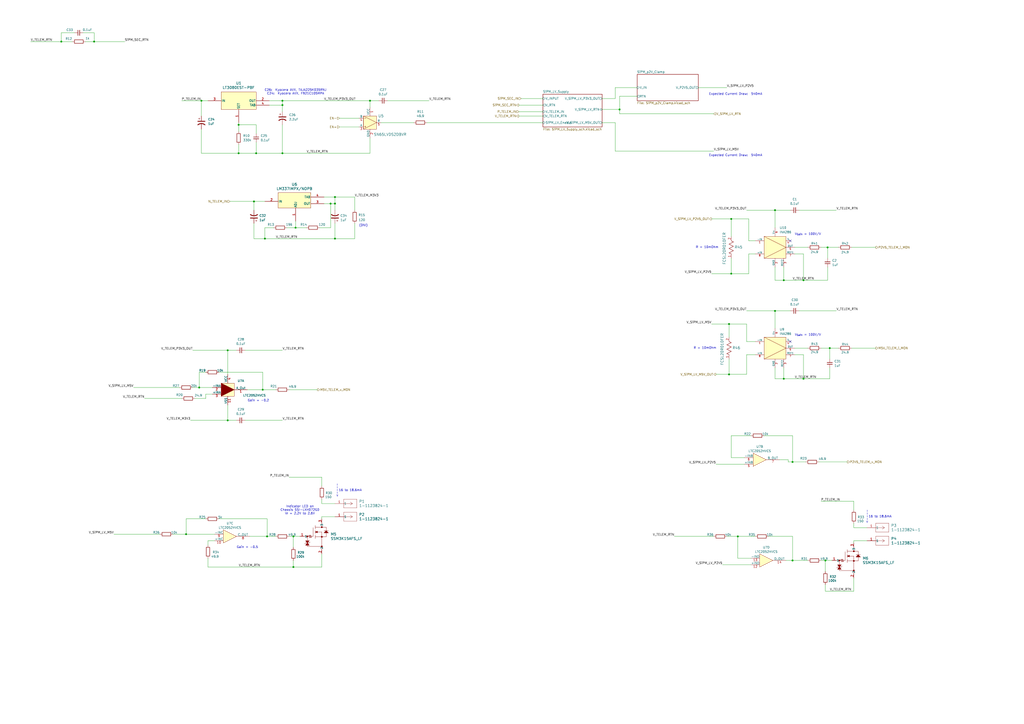
<source format=kicad_sch>
(kicad_sch (version 20250114) (generator "eeschema") (generator_version "9.0")
  (paper "A2")
  (lib_symbols
    (symbol "1-1123824-1_1" (pin_names (offset 0.254))
      (property "Reference" "P" (at 8.89 6.35 0))
      (property "Value" "1-1123824-1" (at 0 0 0))
      (symbol "1-1123824-1_1_0_1"
        (pin unspecified line (at 0 0 0) (length 5.08) (name "1") (number "1"))
      )
    )
    (symbol "1-1123824-1_2" (pin_names (offset 0.254))
      (property "Reference" "P" (at 8.89 6.35 0))
      (property "Value" "1-1123824-1" (at 0 0 0))
      (symbol "1-1123824-1_2_0_1"
        (pin unspecified line (at 0 0 0) (length 5.08) (name "1") (number "1"))
      )
    )
    (symbol "1-1123824-1_3" (pin_names (offset 0.254))
      (property "Reference" "P" (at 8.89 6.35 0))
      (property "Value" "1-1123824-1" (at 0 0 0))
      (symbol "1-1123824-1_3_0_1"
        (pin unspecified line (at 0 0 0) (length 5.08) (name "1") (number "1"))
      )
    )
    (symbol "Analog_Dev:LT3080EST-PBF" (pin_names (offset 0.254))
      (property "Reference" "U" (at 10.16 16.51 0))
      (property "Value" "LT3080EST-PBF" (at 10.16 13.97 0))
      (symbol "LT3080EST-PBF_0_1"
        (pin power_in line (at -7.62 5.08 0) (length 7.62) (name "IN") (number "3"))
        (pin input line (at 10.16 -7.62 90) (length 7.62) (name "SET") (number "1"))
        (pin output line (at 27.94 5.08 180) (length 7.62) (name "OUT") (number "2"))
      )
      (symbol "LT3080EST-PBF_1_1"
        (pin output line (at 27.94 2.54 180) (length 7.62) (name "TAB") (number "4"))
      )
    )
    (symbol "Analog_Dev:LTC2052HVCS_PBF" (pin_names (offset 0))
      (property "Reference" "U" (at 7.366 -2.286 0))
      (property "Value" "LTC2052HV" (at 0 0 0))
      (symbol "LTC2052HVCS_PBF_1_1"
        (pin input line (at -5.08 5.08 0) (length 5.08) (name "-INA") (number "2"))
        (pin input line (at -5.08 1.27 0) (length 5.08) (name "+INA") (number "3"))
        (pin power_in line (at 3.81 12.7 270) (length 5.08) (name "VCC") (number "4"))
        (pin power_in line (at 3.81 -5.08 90) (length 5.08) (name "VSS") (number "11"))
        (pin output line (at 15.24 3.81 180) (length 7.62) (name "A_Out") (number "1"))
      )
      (symbol "LTC2052HVCS_PBF_2_1"
        (pin input line (at -5.08 5.08 0) (length 5.08) (name "-INB") (number "6"))
        (pin input line (at -5.08 1.27 0) (length 5.08) (name "+INB") (number "5"))
        (pin output line (at 15.24 3.81 180) (length 7.62) (name "B_OUT") (number "7"))
      )
      (symbol "LTC2052HVCS_PBF_3_1"
        (pin input line (at -5.08 5.08 0) (length 5.08) (name "-INC") (number "9"))
        (pin input line (at -5.08 1.27 0) (length 5.08) (name "+INC") (number "10"))
        (pin output line (at 15.24 3.81 180) (length 7.62) (name "C_OUT") (number "8"))
      )
      (symbol "LTC2052HVCS_PBF_4_1"
        (pin input line (at -5.08 5.08 0) (length 5.08) (name "-IND") (number "13"))
        (pin input line (at -5.08 1.27 0) (length 5.08) (name "+IND") (number "12"))
        (pin output line (at 15.24 3.81 180) (length 7.62) (name "D_OUT") (number "14"))
      )
    )
    (symbol "Device:C_Polarized_US" (pin_numbers (hide yes)) (pin_names (offset 0.254) (hide yes))
      (property "Reference" "C" (at 0.635 2.54 0))
      (property "Value" "C_Polarized_US" (at 0.635 -2.54 0))
      (symbol "C_Polarized_US_1_1"
        (pin passive line (at 0 3.81 270) (length 2.794) (name "~") (number "1"))
        (pin passive line (at 0 -3.81 90) (length 3.302) (name "~") (number "2"))
      )
    )
    (symbol "Device:C_Small" (pin_numbers (hide yes)) (pin_names (offset 0.254) (hide yes))
      (property "Reference" "C" (at 0.254 1.778 0))
      (property "Value" "C_Small" (at 0.254 -2.032 0))
      (symbol "C_Small_1_1"
        (pin passive line (at 0 2.54 270) (length 2.032) (name "~") (number "1"))
        (pin passive line (at 0 -2.54 90) (length 2.032) (name "~") (number "2"))
      )
    )
    (symbol "Device:R" (pin_numbers (hide yes)) (pin_names (offset 0))
      (property "Reference" "R" (at 2.032 0 90))
      (property "Value" "R" (at 0 0 90))
      (symbol "R_1_1"
        (pin passive line (at 0 3.81 270) (length 1.27) (name "~") (number "1"))
        (pin passive line (at 0 -3.81 90) (length 1.27) (name "~") (number "2"))
      )
    )
    (symbol "Foil_Resistors:FCSL20R010FER" (pin_names (offset 0.254))
      (property "Reference" "R" (at 5.715 3.81 0))
      (property "Value" "FCSL20R010FER" (at 6.35 -3.81 0))
      (symbol "FCSL20R010FER_1_1"
        (pin unspecified line (at 0 0 0) (length 2.54) (name "") (number "1"))
        (pin unspecified line (at 12.7 0 180) (length 2.54) (name "") (number "2"))
      )
      (symbol "FCSL20R010FER_1_2"
        (pin unspecified line (at 0 12.7 270) (length 2.54) (name "") (number "1"))
        (pin unspecified line (at 0 0 90) (length 2.54) (name "") (number "2"))
      )
    )
    (symbol "LTC2052HVCS_PBF_1" (pin_names (offset 0))
      (property "Reference" "U" (at 7.366 -2.286 0))
      (property "Value" "LTC2052HV" (at 0 0 0))
      (symbol "LTC2052HVCS_PBF_1_1_1"
        (pin input line (at -5.08 5.08 0) (length 5.08) (name "-INA") (number "2"))
        (pin input line (at -5.08 1.27 0) (length 5.08) (name "+INA") (number "3"))
        (pin power_in line (at 3.81 12.7 270) (length 5.08) (name "VCC") (number "4"))
        (pin power_in line (at 3.81 -5.08 90) (length 5.08) (name "VSS") (number "11"))
        (pin output line (at 15.24 3.81 180) (length 7.62) (name "A_Out") (number "1"))
      )
      (symbol "LTC2052HVCS_PBF_1_2_1"
        (pin input line (at -5.08 5.08 0) (length 5.08) (name "-INB") (number "6"))
        (pin input line (at -5.08 1.27 0) (length 5.08) (name "+INB") (number "5"))
        (pin output line (at 15.24 3.81 180) (length 7.62) (name "B_OUT") (number "7"))
      )
      (symbol "LTC2052HVCS_PBF_1_3_1"
        (pin input line (at -5.08 5.08 0) (length 5.08) (name "-INC") (number "9"))
        (pin input line (at -5.08 1.27 0) (length 5.08) (name "+INC") (number "10"))
        (pin output line (at 15.24 3.81 180) (length 7.62) (name "C_OUT") (number "8"))
      )
      (symbol "LTC2052HVCS_PBF_1_4_1"
        (pin input line (at -5.08 5.08 0) (length 5.08) (name "-IND") (number "13"))
        (pin input line (at -5.08 1.27 0) (length 5.08) (name "+IND") (number "12"))
        (pin output line (at 15.24 3.81 180) (length 7.62) (name "D_OUT") (number "14"))
      )
    )
    (symbol "LTC2052HVCS_PBF_2" (pin_names (offset 0))
      (property "Reference" "U" (at 7.366 -2.286 0))
      (property "Value" "LTC2052HV" (at 0 0 0))
      (symbol "LTC2052HVCS_PBF_2_1_1"
        (pin input line (at -5.08 5.08 0) (length 5.08) (name "-INA") (number "2"))
        (pin input line (at -5.08 1.27 0) (length 5.08) (name "+INA") (number "3"))
        (pin power_in line (at 3.81 12.7 270) (length 5.08) (name "VCC") (number "4"))
        (pin power_in line (at 3.81 -5.08 90) (length 5.08) (name "VSS") (number "11"))
        (pin output line (at 15.24 3.81 180) (length 7.62) (name "A_Out") (number "1"))
      )
      (symbol "LTC2052HVCS_PBF_2_2_1"
        (pin input line (at -5.08 5.08 0) (length 5.08) (name "-INB") (number "6"))
        (pin input line (at -5.08 1.27 0) (length 5.08) (name "+INB") (number "5"))
        (pin output line (at 15.24 3.81 180) (length 7.62) (name "B_OUT") (number "7"))
      )
      (symbol "LTC2052HVCS_PBF_2_3_1"
        (pin input line (at -5.08 5.08 0) (length 5.08) (name "-INC") (number "9"))
        (pin input line (at -5.08 1.27 0) (length 5.08) (name "+INC") (number "10"))
        (pin output line (at 15.24 3.81 180) (length 7.62) (name "C_OUT") (number "8"))
      )
      (symbol "LTC2052HVCS_PBF_2_4_1"
        (pin input line (at -5.08 5.08 0) (length 5.08) (name "-IND") (number "13"))
        (pin input line (at -5.08 1.27 0) (length 5.08) (name "+IND") (number "12"))
        (pin output line (at 15.24 3.81 180) (length 7.62) (name "D_OUT") (number "14"))
      )
    )
    (symbol "LTC2052HVCS_PBF_3" (pin_names (offset 0))
      (property "Reference" "U" (at 7.366 -2.286 0))
      (property "Value" "LTC2052HV" (at 0 0 0))
      (symbol "LTC2052HVCS_PBF_3_1_1"
        (pin input line (at -5.08 5.08 0) (length 5.08) (name "-INA") (number "2"))
        (pin input line (at -5.08 1.27 0) (length 5.08) (name "+INA") (number "3"))
        (pin power_in line (at 3.81 12.7 270) (length 5.08) (name "VCC") (number "4"))
        (pin power_in line (at 3.81 -5.08 90) (length 5.08) (name "VSS") (number "11"))
        (pin output line (at 15.24 3.81 180) (length 7.62) (name "A_Out") (number "1"))
      )
      (symbol "LTC2052HVCS_PBF_3_2_1"
        (pin input line (at -5.08 5.08 0) (length 5.08) (name "-INB") (number "6"))
        (pin input line (at -5.08 1.27 0) (length 5.08) (name "+INB") (number "5"))
        (pin output line (at 15.24 3.81 180) (length 7.62) (name "B_OUT") (number "7"))
      )
      (symbol "LTC2052HVCS_PBF_3_3_1"
        (pin input line (at -5.08 5.08 0) (length 5.08) (name "-INC") (number "9"))
        (pin input line (at -5.08 1.27 0) (length 5.08) (name "+INC") (number "10"))
        (pin output line (at 15.24 3.81 180) (length 7.62) (name "C_OUT") (number "8"))
      )
      (symbol "LTC2052HVCS_PBF_3_4_1"
        (pin input line (at -5.08 5.08 0) (length 5.08) (name "-IND") (number "13"))
        (pin input line (at -5.08 1.27 0) (length 5.08) (name "+IND") (number "12"))
        (pin output line (at 15.24 3.81 180) (length 7.62) (name "D_OUT") (number "14"))
      )
    )
    (symbol "SSM3K15AFS_LF_1" (pin_names (offset 0.254))
      (property "Reference" "MOSFET" (at 0 0 0))
      (property "Value" "SSM3K15AFS_LF" (at 0 0 0))
      (symbol "SSM3K15AFS_LF_1_0_1"
        (pin unspecified line (at -2.54 -7.62 0) (length 2.54) (name "1") (number "1"))
        (pin unspecified line (at 10.16 2.54 270) (length 2.54) (name "3") (number "3"))
        (pin unspecified line (at 10.16 -17.78 90) (length 2.54) (name "2") (number "2"))
      )
    )
    (symbol "TE_Connectivity:1-1123824-1" (pin_names (offset 0.254))
      (property "Reference" "P" (at 8.89 6.35 0))
      (property "Value" "1-1123824-1" (at 0 0 0))
      (symbol "1-1123824-1_0_1"
        (pin unspecified line (at 0 0 0) (length 5.08) (name "1") (number "1"))
      )
    )
    (symbol "Texas Instruments:INA28x" (pin_names (offset 0))
      (property "Reference" "U" (at -2.032 -3.556 0))
      (property "Value" "INA28x" (at -6.096 14.478 0))
      (symbol "INA28x_0_0"
        (pin input line (at -5.08 10.16 0) (length 5.08) (name "-IN") (number "1"))
        (pin input line (at -5.08 2.54 0) (length 5.08) (name "+IN") (number "8"))
        (pin power_in line (at 6.35 17.78 270) (length 5.08) (name "V+") (number "6"))
        (pin power_in line (at 6.35 -5.08 90) (length 5.08) (name "GND") (number "2"))
        (pin input line (at 11.43 -5.08 90) (length 5.08) (name "REF2") (number "3"))
        (pin output line (at 17.78 6.35 180) (length 5.08) (name "OUT") (number "5"))
        (pin input line (at 17.78 2.54 180) (length 5.08) (name "REF1") (number "7"))
      )
      (symbol "INA28x_1_1"
        (pin passive line (at 15.24 10.16 180) (length 2.54) (name "4") (number "4"))
      )
    )
    (symbol "Texas Instruments:LM337IMPX_NOPB" (pin_names (offset 0.254))
      (property "Reference" "U" (at 16.51 13.97 0))
      (property "Value" "LM337IMPX/NOPB" (at 16.51 11.43 0))
      (symbol "LM337IMPX_NOPB_0_1"
        (pin power_in line (at 0 3.81 0) (length 7.62) (name "IN") (number "2"))
        (pin input line (at 17.78 -7.62 90) (length 7.62) (name "ADJ") (number "1"))
        (pin power_in line (at 34.29 6.35 180) (length 7.62) (name "TAB") (number "4"))
        (pin power_in line (at 34.29 2.54 180) (length 7.62) (name "OUT") (number "3"))
      )
    )
    (symbol "Texas Instruments:SN65LVDS2DBVR" (pin_names (offset 0))
      (property "Reference" "U" (at 7.366 -2.54 0))
      (symbol "SN65LVDS2DBVR_1_1"
        (text "-" (at 1.016 6.35 0) (effects (font (size 1.27 1.27))))
        (text "+" (at 1.016 1.524 0) (effects (font (size 1.27 1.27))))
        (pin input line (at -2.54 6.35 0) (length 2.54) (name "B") (number "4"))
        (pin input line (at -2.54 1.27 0) (length 2.54) (name "A") (number "3"))
        (pin power_in line (at 3.81 12.7 270) (length 5.08) (name "VCC") (number "1"))
        (pin power_in line (at 3.81 -5.08 90) (length 5.08) (name "GND") (number "2"))
        (pin output line (at 10.16 3.81 180) (length 2.54) (name "R") (number "5"))
      )
    )
    (symbol "Toshiba_Semiconductor:SSM3K15AFS_LF" (pin_names (offset 0.254))
      (property "Reference" "MOSFET" (at 0 0 0))
      (property "Value" "SSM3K15AFS_LF" (at 0 0 0))
      (symbol "SSM3K15AFS_LF_0_1"
        (pin unspecified line (at -2.54 -7.62 0) (length 2.54) (name "1") (number "1"))
        (pin unspecified line (at 10.16 2.54 270) (length 2.54) (name "3") (number "3"))
        (pin unspecified line (at 10.16 -17.78 90) (length 2.54) (name "2") (number "2"))
      )
    )
  )
  (text "R = 10mOhm" (at 408.94 201.93 0) (effects (font (size 1.27 1.27))))
  (text "16 to 18.6mA" (at 203.2 284.48 0) (effects (font (size 1.27 1.27))))
  (text "Expected Current Draw:  540mA" (at 426.72 54.61 0) (effects (font (size 1.27 1.27))))
  (text "<----" (at 195.58 284.48 90) (effects (font (size 1.27 1.27))))
  (text "(DNI)" (at 210.82 130.81 0) (effects (font (size 1.27 1.27))))
  (text "V_{Gain} = 100V/V" (at 468.63 135.89 0) (effects (font (size 1.27 1.27))))
  (text "Gain = -0.5" (at 143.51 317.5 0) (effects (font (size 1.27 1.27))))
  (text "V_{Gain} = 100V/V" (at 468.63 194.31 0) (effects (font (size 1.27 1.27))))
  (text "Gain = -0.2" (at 149.86 232.41 0) (effects (font (size 1.27 1.27))))
  (text "R = 10mOhm" (at 410.21 143.51 0) (effects (font (size 1.27 1.27))))
  (text "16 to 18.6mA" (at 510.54 299.72 0) (effects (font (size 1.27 1.27))))
  (text "Expected Current Draw:  540mA" (at 426.72 90.17 0) (effects (font (size 1.27 1.27))))
  (text "<----" (at 502.92 299.72 90) (effects (font (size 1.27 1.27))))
  (text "C26:  Kyocera AVX, TAJA225K035RNJ\nC24:  Kyocera AVX, F921C105MPA" (at 171.45 53.34 0) (effects (font (size 1.27 1.27))))
  (text "Indicator LED on\nChassis SSI-LXH072GD\nV_{f} = 2.2V to 2.6V" (at 173.99 295.91 0) (effects (font (size 1.27 1.27))))
  (junction (at 424.18 158.75))
  (junction (at 163.83 58.42))
  (junction (at 138.43 72.39))
  (junction (at 449.58 121.92))
  (junction (at 480.06 143.51))
  (junction (at 163.83 88.9))
  (junction (at 454.66 219.71))
  (junction (at 424.18 127))
  (junction (at 132.08 243.84))
  (junction (at 170.18 328.93))
  (junction (at 481.33 201.93))
  (junction (at 132.08 203.2))
  (junction (at 459.74 325.12))
  (junction (at 466.09 219.71))
  (junction (at 163.83 60.96))
  (junction (at 116.84 58.42))
  (junction (at 194.31 114.3))
  (junction (at 115.57 224.79))
  (junction (at 170.18 311.15))
  (junction (at 148.59 88.9))
  (junction (at 194.31 138.43))
  (junction (at 54.61 24.13))
  (junction (at 153.67 138.43))
  (junction (at 466.09 162.56))
  (junction (at 359.41 63.5))
  (junction (at 427.99 311.15))
  (junction (at 194.31 118.11))
  (junction (at 422.91 187.96))
  (junction (at 138.43 88.9))
  (junction (at 191.77 118.11))
  (junction (at 422.91 217.17))
  (junction (at 454.66 162.56))
  (junction (at 147.32 116.84))
  (junction (at 154.94 311.15))
  (junction (at 459.74 267.97))
  (junction (at 214.63 58.42))
  (junction (at 35.56 24.13))
  (junction (at 449.58 180.34))
  (junction (at 152.4 226.06))
  (junction (at 171.45 132.08))
  (junction (at 107.95 309.88))
  (junction (at 478.79 325.12))
  (no_connect (at 458.47 198.12))
  (no_connect (at 458.47 139.7))
  (wire (pts (xy 476.25 325.12) (xy 478.79 325.12)))
  (wire (pts (xy 494.03 143.51) (xy 508 143.51)))
  (wire (pts (xy 170.18 311.15) (xy 170.18 317.5)))
  (wire (pts (xy 474.98 267.97) (xy 491.49 267.97)))
  (wire (pts (xy 466.09 219.71) (xy 466.09 205.74)))
  (wire (pts (xy 163.83 88.9) (xy 214.63 88.9)))
  (wire (pts (xy 35.56 19.05) (xy 35.56 24.13)))
  (wire (pts (xy 427.99 323.85) (xy 435.61 323.85)))
  (wire (pts (xy 147.32 116.84) (xy 153.67 116.84)))
  (wire (pts (xy 48.26 19.05) (xy 54.61 19.05)))
  (wire (pts (xy 194.31 118.11) (xy 194.31 121.92)))
  (wire (pts (xy 424.18 252.73) (xy 435.61 252.73)))
  (wire (pts (xy 100.33 309.88) (xy 107.95 309.88)))
  (wire (pts (xy 457.2 266.7) (xy 457.2 267.97)))
  (wire (pts (xy 205.74 121.92) (xy 205.74 114.3)))
  (wire (pts (xy 194.31 138.43) (xy 194.31 129.54)))
  (wire (pts (xy 481.33 208.28) (xy 481.33 201.93)))
  (wire (pts (xy 153.67 138.43) (xy 147.32 138.43)))
  (wire (pts (xy 459.74 267.97) (xy 467.36 267.97)))
  (wire (pts (xy 208.28 68.58) (xy 196.85 68.58)))
  (wire (pts (xy 115.57 215.9) (xy 115.57 224.79)))
  (wire (pts (xy 454.66 219.71) (xy 466.09 219.71)))
  (wire (pts (xy 115.57 215.9) (xy 119.38 215.9)))
  (wire (pts (xy 356.87 57.15) (xy 356.87 50.8)))
  (wire (pts (xy 466.09 205.74) (xy 461.01 205.74)))
  (wire (pts (xy 214.63 58.42) (xy 219.71 58.42)))
  (wire (pts (xy 433.07 205.74) (xy 433.07 217.17)))
  (wire (pts (xy 132.08 203.2) (xy 137.16 203.2)))
  (wire (pts (xy 49.53 24.13) (xy 54.61 24.13)))
  (wire (pts (xy 205.74 138.43) (xy 194.31 138.43)))
  (wire (pts (xy 422.91 217.17) (xy 415.29 217.17)))
  (wire (pts (xy 424.18 137.16) (xy 424.18 127)))
  (wire (pts (xy 186.69 299.72) (xy 186.69 300.99)))
  (wire (pts (xy 167.64 226.06) (xy 184.15 226.06)))
  (wire (pts (xy 457.2 267.97) (xy 459.74 267.97)))
  (wire (pts (xy 152.4 226.06) (xy 143.51 226.06)))
  (wire (pts (xy 427.99 311.15) (xy 438.15 311.15)))
  (wire (pts (xy 205.74 129.54) (xy 205.74 138.43)))
  (wire (pts (xy 17.78 24.13) (xy 35.56 24.13)))
  (wire (pts (xy 138.43 71.12) (xy 138.43 72.39)))
  (wire (pts (xy 449.58 154.94) (xy 449.58 162.56)))
  (wire (pts (xy 412.75 158.75) (xy 424.18 158.75)))
  (wire (pts (xy 54.61 24.13) (xy 72.39 24.13)))
  (wire (pts (xy 300.99 64.77) (xy 314.96 64.77)))
  (wire (pts (xy 152.4 226.06) (xy 160.02 226.06)))
  (wire (pts (xy 405.13 50.8) (xy 421.64 50.8)))
  (wire (pts (xy 147.32 138.43) (xy 147.32 129.54)))
  (wire (pts (xy 359.41 66.04) (xy 359.41 63.5)))
  (wire (pts (xy 478.79 342.9) (xy 495.3 342.9)))
  (wire (pts (xy 449.58 180.34) (xy 458.47 180.34)))
  (wire (pts (xy 495.3 342.9) (xy 495.3 335.28)))
  (wire (pts (xy 147.32 116.84) (xy 147.32 121.92)))
  (wire (pts (xy 148.59 77.47) (xy 148.59 72.39)))
  (wire (pts (xy 167.64 311.15) (xy 170.18 311.15)))
  (wire (pts (xy 495.3 313.69) (xy 495.3 314.96)))
  (wire (pts (xy 163.83 72.39) (xy 163.83 88.9)))
  (wire (pts (xy 107.95 309.88) (xy 124.46 309.88)))
  (wire (pts (xy 148.59 72.39) (xy 138.43 72.39)))
  (wire (pts (xy 391.16 311.15) (xy 414.02 311.15)))
  (wire (pts (xy 421.64 311.15) (xy 427.99 311.15)))
  (wire (pts (xy 434.34 139.7) (xy 434.34 127)))
  (wire (pts (xy 466.09 219.71) (xy 481.33 219.71)))
  (wire (pts (xy 154.94 311.15) (xy 144.78 311.15)))
  (wire (pts (xy 77.47 224.79) (xy 104.14 224.79)))
  (wire (pts (xy 434.34 147.32) (xy 434.34 158.75)))
  (wire (pts (xy 433.07 217.17) (xy 422.91 217.17)))
  (wire (pts (xy 191.77 132.08) (xy 191.77 118.11)))
  (wire (pts (xy 502.92 313.69) (xy 495.3 313.69)))
  (wire (pts (xy 43.18 19.05) (xy 35.56 19.05)))
  (wire (pts (xy 480.06 143.51) (xy 486.41 143.51)))
  (wire (pts (xy 466.09 162.56) (xy 480.06 162.56)))
  (wire (pts (xy 349.25 71.12) (xy 356.87 71.12)))
  (wire (pts (xy 119.38 231.14) (xy 113.03 231.14)))
  (wire (pts (xy 454.66 154.94) (xy 454.66 162.56)))
  (wire (pts (xy 443.23 252.73) (xy 459.74 252.73)))
  (wire (pts (xy 438.15 147.32) (xy 434.34 147.32)))
  (wire (pts (xy 459.74 311.15) (xy 445.77 311.15)))
  (wire (pts (xy 434.34 127) (xy 424.18 127)))
  (wire (pts (xy 120.65 316.23) (xy 120.65 313.69)))
  (wire (pts (xy 116.84 88.9) (xy 138.43 88.9)))
  (wire (pts (xy 166.37 132.08) (xy 171.45 132.08)))
  (wire (pts (xy 476.25 290.83) (xy 495.3 290.83)))
  (wire (pts (xy 356.87 71.12) (xy 356.87 87.63)))
  (wire (pts (xy 142.24 243.84) (xy 163.83 243.84)))
  (wire (pts (xy 156.21 60.96) (xy 163.83 60.96)))
  (wire (pts (xy 463.55 121.92) (xy 485.14 121.92)))
  (wire (pts (xy 171.45 132.08) (xy 177.8 132.08)))
  (wire (pts (xy 154.94 311.15) (xy 160.02 311.15)))
  (wire (pts (xy 185.42 132.08) (xy 191.77 132.08)))
  (wire (pts (xy 433.07 198.12) (xy 433.07 187.96)))
  (wire (pts (xy 116.84 58.42) (xy 120.65 58.42)))
  (wire (pts (xy 153.67 132.08) (xy 153.67 138.43)))
  (wire (pts (xy 495.3 295.91) (xy 495.3 290.83)))
  (wire (pts (xy 459.74 325.12) (xy 459.74 311.15)))
  (wire (pts (xy 119.38 300.99) (xy 107.95 300.99)))
  (wire (pts (xy 116.84 74.93) (xy 116.84 88.9)))
  (wire (pts (xy 431.8 265.43) (xy 424.18 265.43)))
  (wire (pts (xy 115.57 224.79) (xy 123.19 224.79)))
  (wire (pts (xy 478.79 325.12) (xy 482.6 325.12)))
  (wire (pts (xy 224.79 58.42) (xy 248.92 58.42)))
  (wire (pts (xy 454.66 213.36) (xy 454.66 219.71)))
  (wire (pts (xy 119.38 228.6) (xy 119.38 231.14)))
  (wire (pts (xy 66.04 309.88) (xy 92.71 309.88)))
  (wire (pts (xy 127 215.9) (xy 152.4 215.9)))
  (wire (pts (xy 356.87 50.8) (xy 369.57 50.8)))
  (wire (pts (xy 170.18 328.93) (xy 186.69 328.93)))
  (wire (pts (xy 170.18 311.15) (xy 173.99 311.15)))
  (wire (pts (xy 422.91 208.28) (xy 422.91 217.17)))
  (wire (pts (xy 148.59 88.9) (xy 138.43 88.9)))
  (wire (pts (xy 247.65 71.12) (xy 314.96 71.12)))
  (wire (pts (xy 459.74 325.12) (xy 468.63 325.12)))
  (wire (pts (xy 167.64 276.86) (xy 186.69 276.86)))
  (wire (pts (xy 300.99 67.31) (xy 314.96 67.31)))
  (wire (pts (xy 107.95 300.99) (xy 107.95 309.88)))
  (wire (pts (xy 133.35 116.84) (xy 147.32 116.84)))
  (wire (pts (xy 502.92 306.07) (xy 495.3 306.07)))
  (wire (pts (xy 163.83 58.42) (xy 156.21 58.42)))
  (wire (pts (xy 454.66 162.56) (xy 466.09 162.56)))
  (wire (pts (xy 187.96 114.3) (xy 194.31 114.3)))
  (wire (pts (xy 187.96 118.11) (xy 191.77 118.11)))
  (wire (pts (xy 433.07 180.34) (xy 449.58 180.34)))
  (wire (pts (xy 116.84 67.31) (xy 116.84 58.42)))
  (wire (pts (xy 424.18 252.73) (xy 424.18 265.43)))
  (wire (pts (xy 83.82 231.14) (xy 105.41 231.14)))
  (wire (pts (xy 449.58 132.08) (xy 449.58 121.92)))
  (wire (pts (xy 154.94 300.99) (xy 154.94 311.15)))
  (wire (pts (xy 186.69 292.1) (xy 186.69 289.56)))
  (wire (pts (xy 194.31 292.1) (xy 186.69 292.1)))
  (wire (pts (xy 349.25 57.15) (xy 356.87 57.15)))
  (wire (pts (xy 194.31 299.72) (xy 186.69 299.72)))
  (wire (pts (xy 120.65 328.93) (xy 170.18 328.93)))
  (wire (pts (xy 170.18 325.12) (xy 170.18 328.93)))
  (wire (pts (xy 138.43 88.9) (xy 138.43 83.82)))
  (wire (pts (xy 433.07 187.96) (xy 422.91 187.96)))
  (wire (pts (xy 415.29 269.24) (xy 431.8 269.24)))
  (wire (pts (xy 438.15 139.7) (xy 434.34 139.7)))
  (wire (pts (xy 152.4 215.9) (xy 152.4 226.06)))
  (wire (pts (xy 186.69 281.94) (xy 186.69 276.86)))
  (wire (pts (xy 148.59 88.9) (xy 163.83 88.9)))
  (wire (pts (xy 127 300.99) (xy 154.94 300.99)))
  (wire (pts (xy 194.31 114.3) (xy 194.31 118.11)))
  (wire (pts (xy 123.19 228.6) (xy 119.38 228.6)))
  (wire (pts (xy 163.83 58.42) (xy 214.63 58.42)))
  (wire (pts (xy 476.25 201.93) (xy 481.33 201.93)))
  (wire (pts (xy 300.99 60.96) (xy 314.96 60.96)))
  (wire (pts (xy 163.83 64.77) (xy 163.83 60.96)))
  (wire (pts (xy 481.33 201.93) (xy 486.41 201.93)))
  (wire (pts (xy 463.55 180.34) (xy 485.14 180.34)))
  (wire (pts (xy 105.41 58.42) (xy 116.84 58.42)))
  (wire (pts (xy 35.56 24.13) (xy 41.91 24.13)))
  (wire (pts (xy 359.41 55.88) (xy 369.57 55.88)))
  (wire (pts (xy 120.65 313.69) (xy 124.46 313.69)))
  (wire (pts (xy 120.65 323.85) (xy 120.65 328.93)))
  (wire (pts (xy 449.58 162.56) (xy 454.66 162.56)))
  (wire (pts (xy 480.06 154.94) (xy 480.06 162.56)))
  (wire (pts (xy 220.98 71.12) (xy 240.03 71.12)))
  (wire (pts (xy 449.58 213.36) (xy 449.58 219.71)))
  (wire (pts (xy 208.28 73.66) (xy 196.85 73.66)))
  (wire (pts (xy 466.09 162.56) (xy 466.09 147.32)))
  (wire (pts (xy 419.1 327.66) (xy 435.61 327.66)))
  (wire (pts (xy 359.41 63.5) (xy 349.25 63.5)))
  (wire (pts (xy 424.18 127) (xy 412.75 127)))
  (wire (pts (xy 438.15 198.12) (xy 433.07 198.12)))
  (wire (pts (xy 449.58 121.92) (xy 458.47 121.92)))
  (wire (pts (xy 158.75 132.08) (xy 153.67 132.08)))
  (wire (pts (xy 138.43 72.39) (xy 138.43 76.2)))
  (wire (pts (xy 153.67 138.43) (xy 194.31 138.43)))
  (wire (pts (xy 427.99 311.15) (xy 427.99 323.85)))
  (wire (pts (xy 466.09 147.32) (xy 461.01 147.32)))
  (wire (pts (xy 356.87 87.63) (xy 414.02 87.63)))
  (wire (pts (xy 191.77 118.11) (xy 194.31 118.11)))
  (wire (pts (xy 132.08 234.95) (xy 132.08 243.84)))
  (wire (pts (xy 476.25 143.51) (xy 480.06 143.51)))
  (wire (pts (xy 142.24 203.2) (xy 163.83 203.2)))
  (wire (pts (xy 468.63 201.93) (xy 461.01 201.93)))
  (wire (pts (xy 434.34 158.75) (xy 424.18 158.75)))
  (wire (pts (xy 110.49 243.84) (xy 132.08 243.84)))
  (wire (pts (xy 186.69 328.93) (xy 186.69 321.31)))
  (wire (pts (xy 132.08 203.2) (xy 132.08 217.17)))
  (wire (pts (xy 478.79 325.12) (xy 478.79 331.47)))
  (wire (pts (xy 359.41 55.88) (xy 359.41 63.5)))
  (wire (pts (xy 163.83 60.96) (xy 163.83 58.42)))
  (wire (pts (xy 302.26 57.15) (xy 314.96 57.15)))
  (wire (pts (xy 54.61 19.05) (xy 54.61 24.13)))
  (wire (pts (xy 480.06 149.86) (xy 480.06 143.51)))
  (wire (pts (xy 214.63 58.42) (xy 214.63 62.23)))
  (wire (pts (xy 494.03 201.93) (xy 508 201.93)))
  (wire (pts (xy 359.41 66.04) (xy 414.02 66.04)))
  (wire (pts (xy 481.33 213.36) (xy 481.33 219.71)))
  (wire (pts (xy 132.08 243.84) (xy 137.16 243.84)))
  (wire (pts (xy 205.74 114.3) (xy 194.31 114.3)))
  (wire (pts (xy 171.45 128.27) (xy 171.45 132.08)))
  (wire (pts (xy 214.63 80.01) (xy 214.63 88.9)))
  (wire (pts (xy 422.91 195.58) (xy 422.91 187.96)))
  (wire (pts (xy 412.75 187.96) (xy 422.91 187.96)))
  (wire (pts (xy 433.07 121.92) (xy 449.58 121.92)))
  (wire (pts (xy 468.63 143.51) (xy 461.01 143.51)))
  (wire (pts (xy 424.18 149.86) (xy 424.18 158.75)))
  (wire (pts (xy 478.79 339.09) (xy 478.79 342.9)))
  (wire (pts (xy 148.59 82.55) (xy 148.59 88.9)))
  (wire (pts (xy 452.12 266.7) (xy 457.2 266.7)))
  (wire (pts (xy 459.74 252.73) (xy 459.74 267.97)))
  (wire (pts (xy 111.76 203.2) (xy 132.08 203.2)))
  (wire (pts (xy 438.15 205.74) (xy 433.07 205.74)))
  (wire (pts (xy 455.93 325.12) (xy 459.74 325.12)))
  (wire (pts (xy 495.3 306.07) (xy 495.3 303.53)))
  (wire (pts (xy 449.58 219.71) (xy 454.66 219.71)))
  (wire (pts (xy 111.76 224.79) (xy 115.57 224.79)))
  (wire (pts (xy 449.58 190.5) (xy 449.58 180.34)))
  (label "V_TELEM_RTN" (at 391.16 311.15 180))
  (label "V_TELEM_P3V3_OUT" (at 433.07 180.34 180))
  (label "P_TELEM_IN" (at 167.64 276.86 180))
  (label "V_TELEM_RTN" (at 481.33 342.9 0))
  (label "V_TELEM_M3V3" (at 205.74 114.3 0))
  (label "V_TELEM_RTN" (at 163.83 243.84 0))
  (label "V_TELEM_P3V3_OUT" (at 187.96 58.42 0))
  (label "V_SiPM_LV_P2V5" (at 421.64 50.8 0))
  (label "SiPM_SEC_RTN" (at 72.39 24.13 0))
  (label "V_TELEM_RTN" (at 485.14 121.92 0))
  (label "V_SiPM_LV_P2V5" (at 419.1 327.66 180))
  (label "V_TELEM_RTN" (at 160.02 138.43 0))
  (label "V_SiPM_LV_M5V" (at 414.02 87.63 0))
  (label "V_SiPM_LV_M5V" (at 77.47 224.79 180))
  (label "V_TELEM_P3V3_OUT" (at 111.76 203.2 180))
  (label "P_TELEM_IN" (at 476.25 290.83 0))
  (label "V_TELEM_RTN" (at 17.78 24.13 0))
  (label "V_SiPM_LV_M5V" (at 66.04 309.88 180))
  (label "V_SiPM_LV_M5V" (at 412.75 187.96 180))
  (label "V_TELEM_RTN" (at 83.82 231.14 180))
  (label "V_TELEM_RTN" (at 138.43 328.93 0))
  (label "V_TELEM_RTN" (at 177.8 88.9 0))
  (label "V_TELEM_RTN" (at 459.74 162.56 0))
  (label "V_SiPM_LV_P2V5" (at 412.75 158.75 180))
  (label "V_TELEM_RTN" (at 248.92 58.42 0))
  (label "V_TELEM_RTN" (at 163.83 203.2 0))
  (label "V_TELEM_RTN" (at 461.01 219.71 0))
  (label "V_TELEM_P3V3_OUT" (at 433.07 121.92 180))
  (label "P_TELEM_IN" (at 105.41 58.42 0))
  (label "V_TELEM_RTN" (at 485.14 180.34 0))
  (label "V_SiPM_LV_P2V5" (at 415.29 269.24 180))
  (label "V_TELEM_M3V3" (at 110.49 243.84 180))
  (hierarchical_label "M5V_TELEM_i_MON" (shape output) (at 508 201.93 0))
  (hierarchical_label "P2V5_TELEM_v_MON" (shape output) (at 491.49 267.97 0))
  (hierarchical_label "M5V_TELEM_v_MON" (shape output) (at 184.15 226.06 0))
  (hierarchical_label "EN+" (shape input) (at 196.85 73.66 180))
  (hierarchical_label "V_SiPM_LV_P2V5_OUT" (shape output) (at 412.75 127 180))
  (hierarchical_label "V_TELEM_RTN" (shape output) (at 300.99 67.31 180))
  (hierarchical_label "V_SiPM_LV_RTN" (shape input) (at 414.02 66.04 0))
  (hierarchical_label "P2V5_TELEM_i_MON" (shape output) (at 508 143.51 0))
  (hierarchical_label "EN-" (shape input) (at 196.85 68.58 180))
  (hierarchical_label "SiPM_SEC_IN" (shape input) (at 302.26 57.15 180))
  (hierarchical_label "SiPM_SEC_RTN" (shape output) (at 300.99 60.96 180))
  (hierarchical_label "P_TELEM_IN" (shape input) (at 300.99 64.77 180))
  (hierarchical_label "N_TELEM_IN" (shape input) (at 133.35 116.84 180))
  (hierarchical_label "V_SiPM_LV_M5V_OUT" (shape output) (at 415.29 217.17 180))
  (symbol (lib_id "Device:R") (at 96.52 309.88 90) (unit 1)
    (property "Reference" "R26" (at 90.678 308.864 90))
    (property "Value" "10k" (at 101.092 308.864 90))
    (property "Footprint" "Resistor_SMD:R_0603_1608Metric" (effects (hide yes)))
    (property "Datasheet" "https://www.seielect.com/catalog/sei-rncp.pdf" (effects (hide yes)))
    (property "Description" "10 kOhms ±1% 0.125W, 1/8W Chip Resistor 0603 (1608 Metric) Anti-Sulfur Thin Film" (effects (hide yes)))
    (property "Dist. Part Num" "RNCP0603FTD10K0CT-ND" (effects (hide yes)))
    (property "Distributor" "Digi-Key" (effects (hide yes)))
    (property "Package" "0603 (1608 Metric)" (effects (hide yes)))
    (property "Part Type" "SMD" (effects (hide yes)))
    (property "Man. Part Num" "RNCP0603FTD10K0" (effects (hide yes)))
    (property "Manufacturer" "Stackpole Electronics Inc" (effects (hide yes)))
  )
  (symbol (lib_id "Device:C_Small") (at 148.59 80.01 0) (unit 1)
    (property "Reference" "C25" (at 151.13 78.7462 0) (effects (justify left)))
    (property "Value" "0.1uF" (at 151.13 81.2862 0) (effects (justify left)))
    (property "Footprint" "Capacitor_SMD:C_0603_1608Metric" (effects (hide yes)))
    (property "Datasheet" "https://www.yageo.com/en/Chart/Download/pdf/CC0603KRX7R7BB104" (effects (hide yes)))
    (property "Description" "0.1 µF ±10% 16V Ceramic Capacitor X7R 0603 (1608 Metric)" (effects (hide yes)))
    (property "Dist. Part Num" "311-1088-1-ND" (effects (hide yes)))
    (property "Distributor" "Digi-Key" (effects (hide yes)))
    (property "Man. Part Num" "CC0603KRX7R7BB104" (effects (hide yes)))
    (property "Manufacturer" "YAGEO" (effects (hide yes)))
    (property "Package" "0603 (1608 Metric)" (effects (hide yes)))
    (property "Part Type" "SMD" (effects (hide yes)))
  )
  (symbol (lib_id "Device:C_Small") (at 139.7 203.2 90) (unit 1)
    (property "Reference" "C28" (at 139.7063 196.85 90))
    (property "Value" "0.1uF" (at 139.7063 199.39 90))
    (property "Footprint" "Capacitor_SMD:C_0603_1608Metric" (effects (hide yes)))
    (property "Datasheet" "https://www.yageo.com/en/Chart/Download/pdf/CC0603KRX7R7BB104" (effects (hide yes)))
    (property "Description" "0.1 µF ±10% 16V Ceramic Capacitor X7R 0603 (1608 Metric)" (effects (hide yes)))
    (property "Dist. Part Num" "311-1088-1-ND" (effects (hide yes)))
    (property "Distributor" "Digi-Key" (effects (hide yes)))
    (property "Man. Part Num" "CC0603KRX7R7BB104" (effects (hide yes)))
    (property "Manufacturer" "YAGEO" (effects (hide yes)))
    (property "Package" "0603 (1608 Metric)" (effects (hide yes)))
    (property "Part Type" "SMD" (effects (hide yes)))
  )
  (symbol (lib_id "Texas Instruments:INA28x") (at 443.23 208.28 0) (unit 1)
    (property "Reference" "U9" (at 452.2471 191.0607 0) (effects (justify left)))
    (property "Value" "INA286" (at 452.2471 193.6007 0) (effects (justify left)))
    (property "Footprint" "INA285AQDRQ1:SOIC127P599X175-8N" (effects (hide yes)))
    (property "Datasheet" "https://www.ti.com/lit/ds/symlink/ina286.pdf?HQS=dis-dk-null-digikeymode-dsf-pf-null-wwe&ts=1747333251445&ref_url=https%253A%252F%252Fwww.ti.com%252Fgeneral%252Fdocs%252Fsuppproductinfo.tsp%253FdistId%253D10%2526gotoUrl%253Dhttps%253A%252F%252Fwww.ti.com%252Flit%252Fgpn%252Fina286" (effects (hide yes)))
    (property "Description" "Current Monitor Regulator High/Low-Side 8-SOIC" (effects (hide yes)))
    (property "Package" "8-SOIC" (effects (hide yes)))
    (property "Manufacturer" "Texas Instruments" (effects (hide yes)))
    (property "Man. Part Num" "INA286AIDR" (effects (hide yes)))
    (property "Distributor" "Digi-Key" (effects (hide yes)))
    (property "Dist. Part Num" "296-43593-1-ND" (effects (hide yes)))
    (property "Part Type" "SMD" (effects (hide yes)))
  )
  (symbol (lib_id "Device:R") (at 441.96 311.15 90) (unit 1)
    (property "Reference" "R35" (at 436.118 310.134 90))
    (property "Value" "10k" (at 446.532 310.134 90))
    (property "Footprint" "Resistor_SMD:R_0603_1608Metric" (effects (hide yes)))
    (property "Datasheet" "https://www.seielect.com/catalog/sei-rncp.pdf" (effects (hide yes)))
    (property "Description" "10 kOhms ±1% 0.125W, 1/8W Chip Resistor 0603 (1608 Metric) Anti-Sulfur Thin Film" (effects (hide yes)))
    (property "Dist. Part Num" "RNCP0603FTD10K0CT-ND" (effects (hide yes)))
    (property "Distributor" "Digi-Key" (effects (hide yes)))
    (property "Package" "0603 (1608 Metric)" (effects (hide yes)))
    (property "Part Type" "SMD" (effects (hide yes)))
    (property "Man. Part Num" "RNCP0603FTD10K0" (effects (hide yes)))
    (property "Manufacturer" "Stackpole Electronics Inc" (effects (hide yes)))
  )
  (symbol (lib_name "SSM3K15AFS_LF_1") (lib_id "Toshiba_Semiconductor:SSM3K15AFS_LF") (at 176.53 303.53 0) (unit 1)
    (property "Reference" "M5" (at 191.77 309.8799 0) (effects (font (size 1.524 1.524)) (justify left)))
    (property "Value" "SSM3K15AFS_LF" (at 191.77 312.4199 0) (effects (font (size 1.524 1.524)) (justify left)))
    (property "Footprint" "Toshiba_Semi:SSM_TOS" (effects (hide yes)))
    (property "Datasheet" "https://toshiba.semicon-storage.com/info/SSM3K15AFS_datasheet_en_20140301.pdf?did=5914&prodName=SSM3K15AFS" (effects (hide yes)))
    (property "Description" "MOSFET N-CH 30V 100MA SSM" (effects (hide yes)))
    (property "Manufacturer" "Toshiba Semiconductor and Storage" (effects (hide yes)))
    (property "Man. Part Num" "SSM3K15AFS,LF" (effects (hide yes)))
    (property "Distributor" "Digi-Key" (effects (hide yes)))
    (property "Dist. Part Num" "SSM3K15AFSLFCT-ND" (effects (hide yes)))
    (property "Part Type" "SMD" (effects (hide yes)))
    (property "Package" "SSM_TOS" (effects (hide yes)))
  )
  (symbol (lib_name "LTC2052HVCS_PBF_2") (lib_id "Analog_Dev:LTC2052HVCS_PBF") (at 129.54 314.96 0) (unit 3)
    (property "Reference" "U7" (at 133.35 303.53 0))
    (property "Value" "LTC2052HVCS" (at 133.35 306.07 0))
    (property "Footprint" "Analog_Devices:SO-14_S_LIT" (effects (hide yes)))
    (property "Datasheet" "https://www.analog.com/media/en/technical-documentation/data-sheets/20512fd.pdf" (effects (hide yes)))
    (property "Description" "Chopper (Zero-Drift) Amplifier 4 Circuit Rail-to-Rail 14-SO" (effects (hide yes)))
    (property "Dist. Part Num" "LTC2052HVCS#PBF-ND" (effects (hide yes)))
    (property "Distributor" "Digi-Key" (effects (hide yes)))
    (property "Man. Part Num" "LTC2052HVCS#PBF" (effects (hide yes)))
    (property "Manufacturer" "Analog Devices Inc." (effects (hide yes)))
    (property "Package" "14-SOIC" (effects (hide yes)))
    (property "Part Type" "SMD" (effects (hide yes)))
  )
  (symbol (lib_id "Device:R") (at 163.83 311.15 90) (unit 1)
    (property "Reference" "R28" (at 157.988 310.134 90))
    (property "Value" "49.9" (at 169.418 310.134 90))
    (property "Footprint" "Resistor_SMD:R_0603_1608Metric" (effects (hide yes)))
    (property "Datasheet" "https://www.seielect.com/catalog/sei-rncp.pdf" (effects (hide yes)))
    (property "Description" "49.9 Ohms ±1% 0.125W, 1/8W Chip Resistor 0603 (1608 Metric) Anti-Sulfur Thin Film" (effects (hide yes)))
    (property "Dist. Part Num" "RNCP0603FTD49R9CT-ND" (effects (hide yes)))
    (property "Distributor" "Digi-Key" (effects (hide yes)))
    (property "Package" "0603 (1608 Metric)" (effects (hide yes)))
    (property "Part Type" "SMD" (effects (hide yes)))
    (property "Man. Part Num" "RNCP0603FTD49R9" (effects (hide yes)))
    (property "Manufacturer" "Stackpole Electronics Inc" (effects (hide yes)))
  )
  (symbol (lib_id "Texas Instruments:LM337IMPX_NOPB") (at 153.67 120.65 0) (unit 1)
    (property "Reference" "U6" (at 170.815 106.9408 0) (effects (font (size 1.524 1.524))))
    (property "Value" "LM337IMPX/NOPB" (at 170.815 109.4808 0) (effects (font (size 1.524 1.524))))
    (property "Footprint" "Texas_Instruments:LM337IMPX" (effects (hide yes)))
    (property "Datasheet" "https://www.ti.com/lit/ds/symlink/lm337-n.pdf?ts=1741122983351&ref_url=https%253A%252F%252Fwww.mouser.com%252F" (effects (hide yes)))
    (property "Description" "Linear Voltage Regulators 3-Term Adj Neg Reg A 926-LM337IMP/NOPB" (effects (hide yes)))
    (property "Manufacturer" "Texas Instruments" (effects (hide yes)))
    (property "Man. Part Num" "LM337IMPX/NOPB" (effects (hide yes)))
    (property "Distributor" "Mouser" (effects (hide yes)))
    (property "Dist. Part Num" "926-LM337IMPX/NOPB" (effects (hide yes)))
    (property "Part Type" "SMD" (effects (hide yes)))
    (property "Package" "SOT223-4" (effects (hide yes)))
  )
  (symbol (lib_id "Texas Instruments:INA28x") (at 443.23 149.86 0) (unit 1)
    (property "Reference" "U10" (at 452.2471 132.1037 0) (effects (justify left)))
    (property "Value" "INA286" (at 452.2471 134.6437 0) (effects (justify left)))
    (property "Footprint" "INA285AQDRQ1:SOIC127P599X175-8N" (effects (hide yes)))
    (property "Datasheet" "https://www.ti.com/lit/ds/symlink/ina286.pdf?HQS=dis-dk-null-digikeymode-dsf-pf-null-wwe&ts=1747333251445&ref_url=https%253A%252F%252Fwww.ti.com%252Fgeneral%252Fdocs%252Fsuppproductinfo.tsp%253FdistId%253D10%2526gotoUrl%253Dhttps%253A%252F%252Fwww.ti.com%252Flit%252Fgpn%252Fina286" (effects (hide yes)))
    (property "Description" "Current Monitor Regulator High/Low-Side 8-SOIC" (effects (hide yes)))
    (property "Package" "8-SOIC" (effects (hide yes)))
    (property "Manufacturer" "Texas Instruments" (effects (hide yes)))
    (property "Man. Part Num" "INA286AIDR" (effects (hide yes)))
    (property "Distributor" "Digi-Key" (effects (hide yes)))
    (property "Dist. Part Num" "296-43593-1-ND" (effects (hide yes)))
    (property "Part Type" "SMD" (effects (hide yes)))
  )
  (symbol (lib_id "Device:C_Polarized_US") (at 163.83 68.58 0) (unit 1)
    (property "Reference" "C26" (at 167.64 66.6749 0) (effects (justify left)))
    (property "Value" "2.2uF" (at 167.64 69.2149 0) (effects (justify left)))
    (property "Footprint" "Capacitor_Tantalum_SMD:CP_EIA-3216-10_Kemet-I" (effects (hide yes)))
    (property "Datasheet" "https://datasheets.kyocera-avx.com/TAJ.pdf" (effects (hide yes)))
    (property "Description" "2.2 µF Molded Tantalum Capacitors 35 V 1206 (3216 Metric) 4.5Ohm" (effects (hide yes)))
    (property "Dist. Part Num" "478-3073-1-ND" (effects (hide yes)))
    (property "Distributor" "Digi-Key" (effects (hide yes)))
    (property "Man. Part Num" "TAJA225K035RNJ" (effects (hide yes)))
    (property "Manufacturer" "KYOCERA AVX" (effects (hide yes)))
    (property "Package" "1206 (3216 Metric)" (effects (hide yes)))
    (property "Part Type" "SMD" (effects (hide yes)))
  )
  (symbol (lib_id "Device:R") (at 181.61 132.08 90) (unit 1)
    (property "Reference" "R14" (at 176.1453 130.2824 90))
    (property "Value" "120" (at 186.7871 130.2824 90))
    (property "Footprint" "Resistor_SMD:R_0603_1608Metric" (effects (hide yes)))
    (property "Datasheet" "https://www.yageo.com/upload/media/product/app/datasheet/rchip/pyu-rt_1-to-0.01_rohs_l.pdf" (effects (hide yes)))
    (property "Description" "120 Ohms ±0.5% 0.1W, 1/10W Chip Resistor 0603 (1608 Metric) Thin Film" (effects (hide yes)))
    (property "Dist. Part Num" "311-2409-1-ND" (effects (hide yes)))
    (property "Distributor" "Digi-Key" (effects (hide yes)))
    (property "Package" "0603 (1608 Metric)" (effects (hide yes)))
    (property "Part Type" "SMD" (effects (hide yes)))
    (property "Man. Part Num" "RT0603DRE07120RL" (effects (hide yes)))
    (property "Manufacturer" "YAGEO" (effects (hide yes)))
  )
  (symbol (lib_id "Device:C_Small") (at 222.25 58.42 90) (unit 1)
    (property "Reference" "C27" (at 222.2563 52.07 90))
    (property "Value" "0.1uF" (at 222.2563 54.61 90))
    (property "Footprint" "Capacitor_SMD:C_0603_1608Metric" (effects (hide yes)))
    (property "Datasheet" "https://www.yageo.com/en/Chart/Download/pdf/CC0603KRX7R7BB104" (effects (hide yes)))
    (property "Description" "0.1 µF ±10% 16V Ceramic Capacitor X7R 0603 (1608 Metric)" (effects (hide yes)))
    (property "Dist. Part Num" "311-1088-1-ND" (effects (hide yes)))
    (property "Distributor" "Digi-Key" (effects (hide yes)))
    (property "Man. Part Num" "CC0603KRX7R7BB104" (effects (hide yes)))
    (property "Manufacturer" "YAGEO" (effects (hide yes)))
    (property "Package" "0603 (1608 Metric)" (effects (hide yes)))
    (property "Part Type" "SMD" (effects (hide yes)))
  )
  (symbol (lib_id "Device:R") (at 471.17 267.97 270) (unit 1)
    (property "Reference" "R23" (at 466.09 265.938 90))
    (property "Value" "49.9" (at 477.012 266.192 90))
    (property "Footprint" "Resistor_SMD:R_0603_1608Metric" (effects (hide yes)))
    (property "Datasheet" "https://www.seielect.com/catalog/sei-rncp.pdf" (effects (hide yes)))
    (property "Description" "49.9 Ohms ±1% 0.125W, 1/8W Chip Resistor 0603 (1608 Metric) Anti-Sulfur Thin Film" (effects (hide yes)))
    (property "Dist. Part Num" "RNCP0603FTD49R9CT-ND" (effects (hide yes)))
    (property "Distributor" "Digi-Key" (effects (hide yes)))
    (property "Package" "0603 (1608 Metric)" (effects (hide yes)))
    (property "Part Type" "SMD" (effects (hide yes)))
    (property "Man. Part Num" "RNCP0603FTD49R9" (effects (hide yes)))
    (property "Manufacturer" "Stackpole Electronics Inc" (effects (hide yes)))
  )
  (symbol (lib_id "Device:R") (at 162.56 132.08 90) (unit 1)
    (property "Reference" "R13" (at 157.0953 130.2824 90))
    (property "Value" "196" (at 167.7371 130.2824 90))
    (property "Footprint" "Resistor_SMD:R_0603_1608Metric" (effects (hide yes)))
    (property "Datasheet" "https://industrial.panasonic.com/cdbs/www-data/pdf/RDM0000/AOA0000C307.pdf" (effects (hide yes)))
    (property "Description" "196 Ohms ±0.1% 0.1W, 1/10W Chip Resistor 0603 (1608 Metric) Automotive AEC-Q200 Thin Film" (effects (hide yes)))
    (property "Dist. Part Num" "P196DBCT-ND" (effects (hide yes)))
    (property "Distributor" "Digi-Key" (effects (hide yes)))
    (property "Package" "0603 (1608 Metric)" (effects (hide yes)))
    (property "Part Type" "SMD" (effects (hide yes)))
    (property "Man. Part Num" "ERA-3AEB1960V" (effects (hide yes)))
    (property "Manufacturer" "Panasonic Electronic Components" (effects (hide yes)))
  )
  (symbol (lib_id "Device:R") (at 45.72 24.13 90) (unit 1)
    (property "Reference" "R12" (at 39.8716 22.4452 90))
    (property "Value" "1k" (at 50.7669 22.2515 90))
    (property "Footprint" "Resistor_SMD:R_0603_1608Metric" (effects (hide yes)))
    (property "Datasheet" "https://www.yageo.com/upload/media/product/app/datasheet/rchip/pyu-rt_1-to-0.01_rohs_l.pdf" (effects (hide yes)))
    (property "Description" "1 kOhms ±0.1% 0.1W, 1/10W Chip Resistor 0603 (1608 Metric) Thin Film" (effects (hide yes)))
    (property "Dist. Part Num" "YAG1237CT-ND" (effects (hide yes)))
    (property "Distributor" "Digi-Key" (effects (hide yes)))
    (property "Man. Part Num" "RT0603BRD071KL" (effects (hide yes)))
    (property "Manufacturer" "YAGEO" (effects (hide yes)))
    (property "Package" "0603 (1608 Metric)" (effects (hide yes)))
    (property "Part Type" "SMD" (effects (hide yes)))
  )
  (symbol (lib_id "Device:R") (at 478.79 335.28 180) (unit 1)
    (property "Reference" "R32" (at 483.108 334.518 0))
    (property "Value" "100k" (at 482.854 336.804 0))
    (property "Footprint" "Resistor_SMD:R_0603_1608Metric" (effects (hide yes)))
    (property "Datasheet" "https://www.vishay.com/docs/28758/tnpw_e3.pdf" (effects (hide yes)))
    (property "Description" "100 kOhms ±0.1% 0.21W Chip Resistor 0603 (1608 Metric) Anti-Sulfur, Automotive AEC-Q200, Moisture Resistant Thin Film" (effects (hide yes)))
    (property "Dist. Part Num" "TNP100KAACT-ND" (effects (hide yes)))
    (property "Distributor" "Digi-Key" (effects (hide yes)))
    (property "Package" "0603 (1608 Metric)" (effects (hide yes)))
    (property "Part Type" "SMD" (effects (hide yes)))
    (property "Man. Part Num" "TNPW0603100KBEEA" (effects (hide yes)))
    (property "Manufacturer" "Vishay Dale" (effects (hide yes)))
  )
  (symbol (lib_name "1-1123824-1_1") (lib_id "TE_Connectivity:1-1123824-1") (at 194.31 292.1 0) (unit 1)
    (property "Reference" "P1" (at 208.28 290.8299 0) (effects (font (size 1.524 1.524)) (justify left)))
    (property "Value" "1-1123824-1" (at 208.28 293.3699 0) (effects (font (size 1.524 1.524)) (justify left)))
    (property "Footprint" "TE_Connectivity:conn1_1-1123824-1_TEC" (effects (hide yes)))
    (property "Datasheet" "https://www.te.com/commerce/DocumentDelivery/DDEController?Action=srchrtrv&DocNm=1123824&DocType=Customer+Drawing&DocLang=Japanese" (effects (hide yes)))
    (property "Description" "Connector Header Through Hole 1 position" (effects (hide yes)))
    (property "Manufacturer" "TE Connectivity AMP Connectors" (effects (hide yes)))
    (property "Man. Part Num" "1-1123824-1" (effects (hide yes)))
    (property "Distributor" "Digi-Key" (effects (hide yes)))
    (property "Dist. Part Num" "A30708-ND" (effects (hide yes)))
    (property "Part Type" "Through Hole" (effects (hide yes)))
    (property "Package" "-" (effects (hide yes)))
  )
  (symbol (lib_id "Device:C_Polarized_US") (at 147.32 125.73 180) (unit 1)
    (property "Reference" "C32" (at 150.4072 125.0949 0) (effects (justify right)))
    (property "Value" "1uF" (at 150.4072 127.6349 0) (effects (justify right)))
    (property "Footprint" "Capacitor_Tantalum_SMD:CP_EIA-2012-12_Kemet-R" (effects (hide yes)))
    (property "Datasheet" "https://datasheets.kyocera-avx.com/F92.pdf" (effects (hide yes)))
    (property "Description" "1 µF Molded Tantalum Capacitors 16 V 0805 (2012 Metric) 12Ohm" (effects (hide yes)))
    (property "Dist. Part Num" "478-8126-1-ND" (effects (hide yes)))
    (property "Distributor" "Digi-Key" (effects (hide yes)))
    (property "Man. Part Num" "F921C105MPA" (effects (hide yes)))
    (property "Manufacturer" "KYOCERA AVX" (effects (hide yes)))
    (property "Package" "0805 (2012 Metric)" (effects (hide yes)))
    (property "Part Type" "SMD" (effects (hide yes)))
  )
  (symbol (lib_id "Device:R") (at 495.3 299.72 180) (unit 1)
    (property "Reference" "R33" (at 499.364 299.974 0))
    (property "Value" "150" (at 499.11 302.26 0))
    (property "Footprint" "Resistor_SMD:R_0603_1608Metric" (effects (hide yes)))
    (property "Datasheet" "https://industrial.panasonic.com/cdbs/www-data/pdf/RDM0000/AOA0000C307.pdf" (effects (hide yes)))
    (property "Description" "150 Ohms ±0.1% 0.1W, 1/10W Chip Resistor 0603 (1608 Metric) Automotive AEC-Q200 Thin Film" (effects (hide yes)))
    (property "Dist. Part Num" "P150DBCT-ND" (effects (hide yes)))
    (property "Distributor" "Digi-Key" (effects (hide yes)))
    (property "Package" "0603 (1608 Metric)" (effects (hide yes)))
    (property "Part Type" "SMD" (effects (hide yes)))
    (property "Man. Part Num" "ERA-3AEB151V" (effects (hide yes)))
    (property "Manufacturer" "Panasonic Electronic Components" (effects (hide yes)))
  )
  (symbol (lib_name "1-1123824-1_3") (lib_id "TE_Connectivity:1-1123824-1") (at 502.92 306.07 0) (unit 1)
    (property "Reference" "P3" (at 516.89 304.7999 0) (effects (font (size 1.524 1.524)) (justify left)))
    (property "Value" "1-1123824-1" (at 516.89 307.3399 0) (effects (font (size 1.524 1.524)) (justify left)))
    (property "Footprint" "TE_Connectivity:conn1_1-1123824-1_TEC" (effects (hide yes)))
    (property "Datasheet" "https://www.te.com/commerce/DocumentDelivery/DDEController?Action=srchrtrv&DocNm=1123824&DocType=Customer+Drawing&DocLang=Japanese" (effects (hide yes)))
    (property "Description" "Connector Header Through Hole 1 position" (effects (hide yes)))
    (property "Manufacturer" "TE Connectivity AMP Connectors" (effects (hide yes)))
    (property "Man. Part Num" "1-1123824-1" (effects (hide yes)))
    (property "Distributor" "Digi-Key" (effects (hide yes)))
    (property "Dist. Part Num" "A30708-ND" (effects (hide yes)))
    (property "Part Type" "Through Hole" (effects (hide yes)))
    (property "Package" "-" (effects (hide yes)))
  )
  (symbol (lib_id "Device:R") (at 472.44 325.12 90) (unit 1)
    (property "Reference" "R31" (at 466.598 324.104 90))
    (property "Value" "49.9" (at 478.028 324.104 90))
    (property "Footprint" "Resistor_SMD:R_0603_1608Metric" (effects (hide yes)))
    (property "Datasheet" "https://www.seielect.com/catalog/sei-rncp.pdf" (effects (hide yes)))
    (property "Description" "49.9 Ohms ±1% 0.125W, 1/8W Chip Resistor 0603 (1608 Metric) Anti-Sulfur Thin Film" (effects (hide yes)))
    (property "Dist. Part Num" "RNCP0603FTD49R9CT-ND" (effects (hide yes)))
    (property "Distributor" "Digi-Key" (effects (hide yes)))
    (property "Package" "0603 (1608 Metric)" (effects (hide yes)))
    (property "Part Type" "SMD" (effects (hide yes)))
    (property "Man. Part Num" "RNCP0603FTD49R9" (effects (hide yes)))
    (property "Manufacturer" "Stackpole Electronics Inc" (effects (hide yes)))
  )
  (symbol (lib_id "Device:C_Small") (at 139.7 243.84 90) (unit 1)
    (property "Reference" "C29" (at 139.7063 237.49 90))
    (property "Value" "0.1uF" (at 139.7063 240.03 90))
    (property "Footprint" "Capacitor_SMD:C_0603_1608Metric" (effects (hide yes)))
    (property "Datasheet" "https://www.yageo.com/en/Chart/Download/pdf/CC0603KRX7R7BB104" (effects (hide yes)))
    (property "Description" "0.1 µF ±10% 16V Ceramic Capacitor X7R 0603 (1608 Metric)" (effects (hide yes)))
    (property "Dist. Part Num" "311-1088-1-ND" (effects (hide yes)))
    (property "Distributor" "Digi-Key" (effects (hide yes)))
    (property "Man. Part Num" "CC0603KRX7R7BB104" (effects (hide yes)))
    (property "Manufacturer" "YAGEO" (effects (hide yes)))
    (property "Package" "0603 (1608 Metric)" (effects (hide yes)))
    (property "Part Type" "SMD" (effects (hide yes)))
  )
  (symbol (lib_id "Device:R") (at 472.44 143.51 90) (unit 1)
    (property "Reference" "R41" (at 472.4471 141.2362 90))
    (property "Value" "24.9" (at 472.4471 146.1851 90))
    (property "Footprint" "Resistor_SMD:R_0603_1608Metric" (effects (hide yes)))
    (property "Datasheet" "https://www.seielect.com/catalog/sei-rncf.pdf" (effects (hide yes)))
    (property "Description" "24.9 Ohms ±0.01% 0.1W, 1/10W Chip Resistor 0603 (1608 Metric) Automotive AEC-Q200 Thin Film" (effects (hide yes)))
    (property "Dist. Part Num" "RNCF0603TKY24R9CT-ND" (effects (hide yes)))
    (property "Distributor" "Digi-Key" (effects (hide yes)))
    (property "Package" "0603 (1608 Metric)" (effects (hide yes)))
    (property "Part Type" "SMD" (effects (hide yes)))
    (property "Man. Part Num" "RNCF0603TKY24R9" (effects (hide yes)))
    (property "Manufacturer" "Stackpole Electronics Inc" (effects (hide yes)))
  )
  (symbol (lib_id "Device:C_Small") (at 461.01 121.92 90) (unit 1)
    (property "Reference" "C1" (at 461.0163 115.57 90))
    (property "Value" "0.1uF" (at 461.0163 118.11 90))
    (property "Footprint" "Capacitor_SMD:C_0603_1608Metric" (effects (hide yes)))
    (property "Datasheet" "https://www.yageo.com/en/Chart/Download/pdf/CC0603KRX7R7BB104" (effects (hide yes)))
    (property "Description" "0.1 µF ±10% 16V Ceramic Capacitor X7R 0603 (1608 Metric)" (effects (hide yes)))
    (property "Dist. Part Num" "311-1088-1-ND" (effects (hide yes)))
    (property "Distributor" "Digi-Key" (effects (hide yes)))
    (property "Man. Part Num" "CC0603KRX7R7BB104" (effects (hide yes)))
    (property "Manufacturer" "YAGEO" (effects (hide yes)))
    (property "Package" "0603 (1608 Metric)" (effects (hide yes)))
    (property "Part Type" "SMD" (effects (hide yes)))
  )
  (symbol (lib_id "Device:C_Small") (at 461.01 180.34 90) (unit 1)
    (property "Reference" "C30" (at 461.0163 173.99 90))
    (property "Value" "0.1uF" (at 461.0163 176.53 90))
    (property "Footprint" "Capacitor_SMD:C_0603_1608Metric" (effects (hide yes)))
    (property "Datasheet" "https://www.yageo.com/en/Chart/Download/pdf/CC0603KRX7R7BB104" (effects (hide yes)))
    (property "Description" "0.1 µF ±10% 16V Ceramic Capacitor X7R 0603 (1608 Metric)" (effects (hide yes)))
    (property "Dist. Part Num" "311-1088-1-ND" (effects (hide yes)))
    (property "Distributor" "Digi-Key" (effects (hide yes)))
    (property "Man. Part Num" "CC0603KRX7R7BB104" (effects (hide yes)))
    (property "Manufacturer" "YAGEO" (effects (hide yes)))
    (property "Package" "0603 (1608 Metric)" (effects (hide yes)))
    (property "Part Type" "SMD" (effects (hide yes)))
  )
  (symbol (lib_id "Analog_Dev:LTC2052HVCS_PBF") (at 440.69 328.93 0) (unit 4)
    (property "Reference" "U7" (at 444.5 317.5 0))
    (property "Value" "LTC2052HVCS" (at 444.5 320.04 0))
    (property "Footprint" "Analog_Devices:SO-14_S_LIT" (effects (hide yes)))
    (property "Datasheet" "https://www.analog.com/media/en/technical-documentation/data-sheets/20512fd.pdf" (effects (hide yes)))
    (property "Description" "Chopper (Zero-Drift) Amplifier 4 Circuit Rail-to-Rail 14-SO" (effects (hide yes)))
    (property "Distributor" "Digi-Key" (effects (hide yes)))
    (property "Dist. Part Num" "LTC2052HVCS#PBF-ND" (effects (hide yes)))
    (property "Manufacturer" "Analog Devices Inc." (effects (hide yes)))
    (property "Man. Part Num" "LTC2052HVCS#PBF" (effects (hide yes)))
    (property "Part Type" "SMD" (effects (hide yes)))
    (property "Package" "14-SOIC" (effects (hide yes)))
  )
  (symbol (lib_id "Analog_Dev:LT3080EST-PBF") (at 128.27 63.5 0) (unit 1)
    (property "Reference" "U1" (at 138.43 48.26 0) (effects (font (size 1.524 1.524))))
    (property "Value" "LT3080EST-PBF" (at 138.43 50.8 0) (effects (font (size 1.524 1.524))))
    (property "Footprint" "Analog_Devices:SOT-3_ST_LIT" (effects (hide yes)))
    (property "Datasheet" "https://www.analog.com/media/en/technical-documentation/data-sheets/lt3080.pdf" (effects (hide yes)))
    (property "Description" "IC REG LIN POS ADJ 1.1A SOT223-3" (effects (hide yes)))
    (property "Manufacturer" "Analog Devices Inc." (effects (hide yes)))
    (property "Man. Part Num" "LT3080EST#PBF" (effects (hide yes)))
    (property "Distributor" "Digi-Key" (effects (hide yes)))
    (property "Dist. Part Num" "505-LT3080EST#PBF-ND" (effects (hide yes)))
    (property "Part Type" "SMD" (effects (hide yes)))
    (property "Package" "SOT223-3" (effects (hide yes)))
  )
  (symbol (lib_id "Device:R") (at 123.19 300.99 90) (unit 1)
    (property "Reference" "R25" (at 117.348 299.974 90))
    (property "Value" "5k" (at 127.762 299.974 90))
    (property "Footprint" "Resistor_SMD:R_0603_1608Metric" (effects (hide yes)))
    (property "Datasheet" "~https://www.yageo.com/upload/media/product/app/datasheet/rchip/pyu-rt_1-to-0.01_rohs_l.pdf" (effects (hide yes)))
    (property "Description" "5 kOhms ±0.1% 0.1W, 1/10W Chip Resistor 0603 (1608 Metric) Thin Film" (effects (hide yes)))
    (property "Dist. Part Num" "13-RT0603BRE075KLCT-ND" (effects (hide yes)))
    (property "Distributor" "Digi-Key" (effects (hide yes)))
    (property "Package" "0603 (1608 Metric)" (effects (hide yes)))
    (property "Part Type" "SMD" (effects (hide yes)))
    (property "Man. Part Num" "RT0603BRE075KL" (effects (hide yes)))
    (property "Manufacturer" "YAGEO" (effects (hide yes)))
  )
  (symbol (lib_id "Foil_Resistors:FCSL20R010FER") (at 422.91 208.28 90) (unit 1)
    (property "Reference" "R46" (at 427.1301 201.7846 90) (effects (font (size 1.524 1.524))))
    (property "Value" "FCSL20R010FER" (at 418.8933 202.4964 0) (effects (font (size 1.524 1.524))))
    (property "Footprint" "Foil_Resistors:RES_FCSL20_OHM-L" (effects (hide yes)))
    (property "Datasheet" "https://www.ohmite.com/assets/images/res-fcsl.pdf" (effects (hide yes)))
    (property "Description" "10 mOhms ±1% 1W Chip Resistor Wide 0805 (2012 Metric), 0508 Current Sense, Moisture Resistant Metal Foil" (effects (hide yes)))
    (property "Dist. Part Num" "FCSL20R010FERCT-ND" (effects (hide yes)))
    (property "Distributor" "Digi-Key" (effects (hide yes)))
    (property "Man. Part Num" "FCSL20R010FER" (effects (hide yes)))
    (property "Manufacturer" "Ohmite" (effects (hide yes)))
    (property "Package" "0805 (2012 Metric)" (effects (hide yes)))
    (property "Part Type" "SMD" (effects (hide yes)))
  )
  (symbol (lib_id "Device:R") (at 490.22 143.51 90) (unit 1)
    (property "Reference" "R42" (at 490.1935 141.2839 90))
    (property "Value" "24.9" (at 490.1935 146.3006 90))
    (property "Footprint" "Resistor_SMD:R_0603_1608Metric" (effects (hide yes)))
    (property "Datasheet" "https://www.seielect.com/catalog/sei-rncf.pdf" (effects (hide yes)))
    (property "Description" "24.9 Ohms ±0.01% 0.1W, 1/10W Chip Resistor 0603 (1608 Metric) Automotive AEC-Q200 Thin Film" (effects (hide yes)))
    (property "Dist. Part Num" "RNCF0603TKY24R9CT-ND" (effects (hide yes)))
    (property "Distributor" "Digi-Key" (effects (hide yes)))
    (property "Package" "0603 (1608 Metric)" (effects (hide yes)))
    (property "Part Type" "SMD" (effects (hide yes)))
    (property "Man. Part Num" "RNCF0603TKY24R9" (effects (hide yes)))
    (property "Manufacturer" "Stackpole Electronics Inc" (effects (hide yes)))
  )
  (symbol (lib_id "Device:R") (at 186.69 285.75 180) (unit 1)
    (property "Reference" "R30" (at 190.754 286.004 0))
    (property "Value" "150" (at 190.5 288.29 0))
    (property "Footprint" "Resistor_SMD:R_0603_1608Metric" (effects (hide yes)))
    (property "Datasheet" "https://industrial.panasonic.com/cdbs/www-data/pdf/RDM0000/AOA0000C307.pdf" (effects (hide yes)))
    (property "Description" "150 Ohms ±0.1% 0.1W, 1/10W Chip Resistor 0603 (1608 Metric) Automotive AEC-Q200 Thin Film" (effects (hide yes)))
    (property "Dist. Part Num" "P150DBCT-ND" (effects (hide yes)))
    (property "Distributor" "Digi-Key" (effects (hide yes)))
    (property "Package" "0603 (1608 Metric)" (effects (hide yes)))
    (property "Part Type" "SMD" (effects (hide yes)))
    (property "Man. Part Num" "ERA-3AEB151V" (effects (hide yes)))
    (property "Manufacturer" "Panasonic Electronic Components" (effects (hide yes)))
  )
  (symbol (lib_id "Device:C_Small") (at 480.06 152.4 180) (unit 1)
    (property "Reference" "C2" (at 482.6813 151.1235 0) (effects (justify right)))
    (property "Value" "1uF" (at 482.6813 153.6635 0) (effects (justify right)))
    (property "Footprint" "Capacitor_SMD:C_0603_1608Metric" (effects (hide yes)))
    (property "Datasheet" "https://weblib.samsungsem.com/mlcc/mlcc-ec-data-sheet.do?partNumber=CL10B105KO8NNN" (effects (hide yes)))
    (property "Description" "1 µF ±10% 16V Ceramic Capacitor X7R 0603 (1608 Metric)" (effects (hide yes)))
    (property "Dist. Part Num" "1276-1019-1-ND" (effects (hide yes)))
    (property "Distributor" "Digi-Key" (effects (hide yes)))
    (property "Man. Part Num" "CL10B105KO8NNNC" (effects (hide yes)))
    (property "Manufacturer" "Samsung Electro-Mechanics" (effects (hide yes)))
    (property "Package" "0603 (1608 Metric)" (effects (hide yes)))
  )
  (symbol (lib_id "Device:R") (at 138.43 80.01 0) (unit 1)
    (property "Reference" "R10" (at 140.97 78.7399 0) (effects (justify left)))
    (property "Value" "330k" (at 140.97 81.2799 0) (effects (justify left)))
    (property "Footprint" "Resistor_SMD:R_0603_1608Metric" (effects (hide yes)))
    (property "Datasheet" "https://mm.digikey.com/Volume0/opasdata/d220001/medias/docus/1162/RG_RM_RGH_Oct2012.pdf" (effects (hide yes)))
    (property "Description" "330 kOhms ±0.1% 0.1W, 1/10W Chip Resistor 0603 (1608 Metric) Anti-Sulfur, Automotive AEC-Q200 Thin Film" (effects (hide yes)))
    (property "Dist. Part Num" "RG16P330KBCT-ND" (effects (hide yes)))
    (property "Distributor" "Digi-Key" (effects (hide yes)))
    (property "Package" "0603 (1608 Metric)" (effects (hide yes)))
    (property "Part Type" "SMD" (effects (hide yes)))
    (property "Man. Part Num" "RG1608P-334-B-T5" (effects (hide yes)))
    (property "Manufacturer" "Susumu" (effects (hide yes)))
  )
  (symbol (lib_id "Toshiba_Semiconductor:SSM3K15AFS_LF") (at 485.14 317.5 0) (unit 1)
    (property "Reference" "M6" (at 500.38 323.8499 0) (effects (font (size 1.524 1.524)) (justify left)))
    (property "Value" "SSM3K15AFS_LF" (at 500.38 326.3899 0) (effects (font (size 1.524 1.524)) (justify left)))
    (property "Footprint" "Toshiba_Semi:SSM_TOS" (effects (hide yes)))
    (property "Datasheet" "https://toshiba.semicon-storage.com/info/SSM3K15AFS_datasheet_en_20140301.pdf?did=5914&prodName=SSM3K15AFS" (effects (hide yes)))
    (property "Description" "MOSFET N-CH 30V 100MA SSM" (effects (hide yes)))
    (property "Manufacturer" "Toshiba Semiconductor and Storage" (effects (hide yes)))
    (property "Man. Part Num" "SSM3K15AFS,LF" (effects (hide yes)))
    (property "Distributor" "Digi-Key" (effects (hide yes)))
    (property "Dist. Part Num" "SSM3K15AFSLFCT-ND" (effects (hide yes)))
    (property "Part Type" "SMD" (effects (hide yes)))
    (property "Package" "SSM_TOS" (effects (hide yes)))
  )
  (symbol (lib_id "Device:R") (at 123.19 215.9 90) (unit 1)
    (property "Reference" "R19" (at 117.348 214.884 90))
    (property "Value" "10k" (at 127.762 214.884 90))
    (property "Footprint" "Resistor_SMD:R_0603_1608Metric" (effects (hide yes)))
    (property "Datasheet" "https://www.seielect.com/catalog/sei-rncp.pdf" (effects (hide yes)))
    (property "Description" "10 kOhms ±1% 0.125W, 1/8W Chip Resistor 0603 (1608 Metric) Anti-Sulfur Thin Film" (effects (hide yes)))
    (property "Dist. Part Num" "RNCP0603FTD10K0CT-ND" (effects (hide yes)))
    (property "Distributor" "Digi-Key" (effects (hide yes)))
    (property "Package" "0603 (1608 Metric)" (effects (hide yes)))
    (property "Part Type" "SMD" (effects (hide yes)))
    (property "Man. Part Num" "RNCP0603FTD10K0" (effects (hide yes)))
    (property "Manufacturer" "Stackpole Electronics Inc" (effects (hide yes)))
  )
  (symbol (lib_id "Device:R") (at 472.44 201.93 90) (unit 1)
    (property "Reference" "R43" (at 472.3902 199.5386 90))
    (property "Value" "24.9" (at 472.4806 204.2389 90))
    (property "Footprint" "Resistor_SMD:R_0603_1608Metric" (effects (hide yes)))
    (property "Datasheet" "https://www.seielect.com/catalog/sei-rncf.pdf" (effects (hide yes)))
    (property "Description" "24.9 Ohms ±0.01% 0.1W, 1/10W Chip Resistor 0603 (1608 Metric) Automotive AEC-Q200 Thin Film" (effects (hide yes)))
    (property "Dist. Part Num" "RNCF0603TKY24R9CT-ND" (effects (hide yes)))
    (property "Distributor" "Digi-Key" (effects (hide yes)))
    (property "Package" "0603 (1608 Metric)" (effects (hide yes)))
    (property "Part Type" "SMD" (effects (hide yes)))
    (property "Man. Part Num" "RNCF0603TKY24R9" (effects (hide yes)))
    (property "Manufacturer" "Stackpole Electronics Inc" (effects (hide yes)))
  )
  (symbol (lib_id "Device:R") (at 109.22 231.14 270) (unit 1)
    (property "Reference" "R20" (at 104.14 229.108 90))
    (property "Value" "24.9" (at 115.062 229.362 90))
    (property "Footprint" "Resistor_SMD:R_0603_1608Metric" (effects (hide yes)))
    (property "Datasheet" "https://www.seielect.com/catalog/sei-rncf.pdf" (effects (hide yes)))
    (property "Description" "24.9 Ohms ±0.01% 0.1W, 1/10W Chip Resistor 0603 (1608 Metric) Automotive AEC-Q200 Thin Film" (effects (hide yes)))
    (property "Dist. Part Num" "RNCF0603TKY24R9CT-ND" (effects (hide yes)))
    (property "Distributor" "Digi-Key" (effects (hide yes)))
    (property "Package" "0603 (1608 Metric)" (effects (hide yes)))
    (property "Part Type" "SMD" (effects (hide yes)))
    (property "Man. Part Num" "RNCF0603TKY24R9" (effects (hide yes)))
    (property "Manufacturer" "Stackpole Electronics Inc" (effects (hide yes)))
  )
  (symbol (lib_id "Device:C_Polarized_US") (at 194.31 125.73 180) (unit 1)
    (property "Reference" "C34" (at 197.3972 125.0949 0) (effects (justify right)))
    (property "Value" "1uF" (at 197.3972 127.6349 0) (effects (justify right)))
    (property "Footprint" "Capacitor_Tantalum_SMD:CP_EIA-2012-12_Kemet-R" (effects (hide yes)))
    (property "Datasheet" "https://datasheets.kyocera-avx.com/F92.pdf" (effects (hide yes)))
    (property "Description" "1 µF Molded Tantalum Capacitors 16 V 0805 (2012 Metric) 12Ohm" (effects (hide yes)))
    (property "Dist. Part Num" "478-8126-1-ND" (effects (hide yes)))
    (property "Distributor" "Digi-Key" (effects (hide yes)))
    (property "Man. Part Num" "F921C105MPA" (effects (hide yes)))
    (property "Manufacturer" "KYOCERA AVX" (effects (hide yes)))
    (property "Package" "0805 (2012 Metric)" (effects (hide yes)))
    (property "Part Type" "SMD" (effects (hide yes)))
  )
  (symbol (lib_id "Device:C_Small") (at 45.72 19.05 90) (unit 1)
    (property "Reference" "C33" (at 40.4176 17.3673 90))
    (property "Value" "0.1uF" (at 50.6835 17.3189 90))
    (property "Footprint" "Capacitor_SMD:C_0603_1608Metric" (effects (hide yes)))
    (property "Datasheet" "https://www.yageo.com/en/Chart/Download/pdf/CC0603KRX7R7BB104" (effects (hide yes)))
    (property "Description" "0.1 µF ±10% 16V Ceramic Capacitor X7R 0603 (1608 Metric)" (effects (hide yes)))
    (property "Dist. Part Num" "311-1088-1-ND" (effects (hide yes)))
    (property "Distributor" "Digi-Key" (effects (hide yes)))
    (property "Man. Part Num" "CC0603KRX7R7BB104" (effects (hide yes)))
    (property "Manufacturer" "YAGEO" (effects (hide yes)))
    (property "Package" "0603 (1608 Metric)" (effects (hide yes)))
    (property "Part Type" "SMD" (effects (hide yes)))
  )
  (symbol (lib_id "Device:C_Polarized_US") (at 116.84 71.12 0) (unit 1)
    (property "Reference" "C24" (at 120.65 69.2149 0) (effects (justify left)))
    (property "Value" "1uF" (at 120.65 71.7549 0) (effects (justify left)))
    (property "Footprint" "Capacitor_Tantalum_SMD:CP_EIA-2012-12_Kemet-R" (effects (hide yes)))
    (property "Datasheet" "https://datasheets.kyocera-avx.com/F92.pdf" (effects (hide yes)))
    (property "Description" "1 µF Molded Tantalum Capacitors 16 V 0805 (2012 Metric) 12Ohm" (effects (hide yes)))
    (property "Dist. Part Num" "478-8126-1-ND" (effects (hide yes)))
    (property "Distributor" "Digi-Key" (effects (hide yes)))
    (property "Man. Part Num" "F921C105MPA" (effects (hide yes)))
    (property "Manufacturer" "KYOCERA AVX" (effects (hide yes)))
    (property "Package" "0805 (2012 Metric)" (effects (hide yes)))
    (property "Part Type" "SMD" (effects (hide yes)))
  )
  (symbol (lib_name "LTC2052HVCS_PBF_1") (lib_id "Analog_Dev:LTC2052HVCS_PBF") (at 128.27 229.87 0) (unit 1)
    (property "Reference" "U7" (at 139.7 220.9098 0))
    (property "Value" "LTC2052HVCS" (at 147.574 229.362 0))
    (property "Footprint" "Analog_Devices:SO-14_S_LIT" (effects (hide yes)))
    (property "Datasheet" "https://www.analog.com/media/en/technical-documentation/data-sheets/20512fd.pdf" (effects (hide yes)))
    (property "Description" "Chopper (Zero-Drift) Amplifier 4 Circuit Rail-to-Rail 14-SO" (effects (hide yes)))
    (property "Dist. Part Num" "LTC2052HVCS#PBF-ND" (effects (hide yes)))
    (property "Distributor" "Digi-Key" (effects (hide yes)))
    (property "Man. Part Num" "LTC2052HVCS#PBF" (effects (hide yes)))
    (property "Manufacturer" "Analog Devices Inc." (effects (hide yes)))
    (property "Package" "14-SOIC" (effects (hide yes)))
    (property "Part Type" "SMD" (effects (hide yes)))
  )
  (symbol (lib_id "Foil_Resistors:FCSL20R010FER") (at 424.18 149.86 90) (unit 1)
    (property "Reference" "R45" (at 428.4001 143.3646 90) (effects (font (size 1.524 1.524))))
    (property "Value" "FCSL20R010FER" (at 420.1633 144.0764 0) (effects (font (size 1.524 1.524))))
    (property "Footprint" "Foil_Resistors:RES_FCSL20_OHM-L" (effects (hide yes)))
    (property "Datasheet" "https://www.ohmite.com/assets/images/res-fcsl.pdf" (effects (hide yes)))
    (property "Description" "10 mOhms ±1% 1W Chip Resistor Wide 0805 (2012 Metric), 0508 Current Sense, Moisture Resistant Metal Foil" (effects (hide yes)))
    (property "Dist. Part Num" "FCSL20R010FERCT-ND" (effects (hide yes)))
    (property "Distributor" "Digi-Key" (effects (hide yes)))
    (property "Man. Part Num" "FCSL20R010FER" (effects (hide yes)))
    (property "Manufacturer" "Ohmite" (effects (hide yes)))
    (property "Package" "0805 (2012 Metric)" (effects (hide yes)))
    (property "Part Type" "SMD" (effects (hide yes)))
  )
  (symbol (lib_id "Device:R") (at 163.83 226.06 270) (unit 1)
    (property "Reference" "R21" (at 158.75 224.028 90))
    (property "Value" "49.9" (at 169.672 224.282 90))
    (property "Footprint" "Resistor_SMD:R_0603_1608Metric" (effects (hide yes)))
    (property "Datasheet" "https://www.seielect.com/catalog/sei-rncp.pdf" (effects (hide yes)))
    (property "Description" "49.9 Ohms ±1% 0.125W, 1/8W Chip Resistor 0603 (1608 Metric) Anti-Sulfur Thin Film" (effects (hide yes)))
    (property "Dist. Part Num" "RNCP0603FTD49R9CT-ND" (effects (hide yes)))
    (property "Distributor" "Digi-Key" (effects (hide yes)))
    (property "Package" "0603 (1608 Metric)" (effects (hide yes)))
    (property "Part Type" "SMD" (effects (hide yes)))
    (property "Man. Part Num" "RNCP0603FTD49R9" (effects (hide yes)))
    (property "Manufacturer" "Stackpole Electronics Inc" (effects (hide yes)))
  )
  (symbol (lib_id "Device:R") (at 243.84 71.12 90) (unit 1)
    (property "Reference" "R11" (at 243.84 64.77 90))
    (property "Value" "49.9" (at 243.84 67.31 90))
    (property "Footprint" "Resistor_SMD:R_0603_1608Metric" (effects (hide yes)))
    (property "Datasheet" "https://www.seielect.com/catalog/sei-rncp.pdf" (effects (hide yes)))
    (property "Description" "49.9 Ohms ±1% 0.125W, 1/8W Chip Resistor 0603 (1608 Metric) Anti-Sulfur Thin Film" (effects (hide yes)))
    (property "Dist. Part Num" "RNCP0603FTD49R9CT-ND" (effects (hide yes)))
    (property "Distributor" "Digi-Key" (effects (hide yes)))
    (property "Package" "0603 (1608 Metric)" (effects (hide yes)))
    (property "Part Type" "SMD" (effects (hide yes)))
    (property "Man. Part Num" "RNCP0603FTD49R9" (effects (hide yes)))
    (property "Manufacturer" "Stackpole Electronics Inc" (effects (hide yes)))
  )
  (symbol (lib_id "Device:R") (at 490.22 201.93 90) (unit 1)
    (property "Reference" "R44" (at 490.227 199.6993 90))
    (property "Value" "24.9" (at 490.227 204.3996 90))
    (property "Footprint" "Resistor_SMD:R_0603_1608Metric" (effects (hide yes)))
    (property "Datasheet" "https://www.seielect.com/catalog/sei-rncf.pdf" (effects (hide yes)))
    (property "Description" "24.9 Ohms ±0.01% 0.1W, 1/10W Chip Resistor 0603 (1608 Metric) Automotive AEC-Q200 Thin Film" (effects (hide yes)))
    (property "Dist. Part Num" "RNCF0603TKY24R9CT-ND" (effects (hide yes)))
    (property "Distributor" "Digi-Key" (effects (hide yes)))
    (property "Package" "0603 (1608 Metric)" (effects (hide yes)))
    (property "Part Type" "SMD" (effects (hide yes)))
    (property "Man. Part Num" "RNCF0603TKY24R9" (effects (hide yes)))
    (property "Manufacturer" "Stackpole Electronics Inc" (effects (hide yes)))
  )
  (symbol (lib_id "TE_Connectivity:1-1123824-1") (at 502.92 313.69 0) (unit 1)
    (property "Reference" "P4" (at 516.89 312.4199 0) (effects (font (size 1.524 1.524)) (justify left)))
    (property "Value" "1-1123824-1" (at 516.89 314.9599 0) (effects (font (size 1.524 1.524)) (justify left)))
    (property "Footprint" "TE_Connectivity:conn1_1-1123824-1_TEC" (effects (hide yes)))
    (property "Datasheet" "https://www.te.com/commerce/DocumentDelivery/DDEController?Action=srchrtrv&DocNm=1123824&DocType=Customer+Drawing&DocLang=Japanese" (effects (hide yes)))
    (property "Description" "Connector Header Through Hole 1 position" (effects (hide yes)))
    (property "Manufacturer" "TE Connectivity AMP Connectors" (effects (hide yes)))
    (property "Man. Part Num" "1-1123824-1" (effects (hide yes)))
    (property "Distributor" "Digi-Key" (effects (hide yes)))
    (property "Dist. Part Num" "A30708-ND" (effects (hide yes)))
    (property "Part Type" "Through Hole" (effects (hide yes)))
    (property "Package" "-" (effects (hide yes)))
  )
  (symbol (lib_id "Device:C_Small") (at 481.33 210.82 180) (unit 1)
    (property "Reference" "C31" (at 483.9513 209.5435 0) (effects (justify right)))
    (property "Value" "1uF" (at 483.9513 212.0835 0) (effects (justify right)))
    (property "Footprint" "Capacitor_SMD:C_0603_1608Metric" (effects (hide yes)))
    (property "Datasheet" "https://weblib.samsungsem.com/mlcc/mlcc-ec-data-sheet.do?partNumber=CL10B105KO8NNN" (effects (hide yes)))
    (property "Description" "1 µF ±10% 16V Ceramic Capacitor X7R 0603 (1608 Metric)" (effects (hide yes)))
    (property "Dist. Part Num" "1276-1019-1-ND" (effects (hide yes)))
    (property "Distributor" "Digi-Key" (effects (hide yes)))
    (property "Man. Part Num" "CL10B105KO8NNNC" (effects (hide yes)))
    (property "Manufacturer" "Samsung Electro-Mechanics" (effects (hide yes)))
    (property "Package" "0603 (1608 Metric)" (effects (hide yes)))
  )
  (symbol (lib_id "Device:R") (at 120.65 320.04 180) (unit 1)
    (property "Reference" "R34" (at 125.222 320.294 0))
    (property "Value" "49.9" (at 124.714 322.834 0))
    (property "Footprint" "Resistor_SMD:R_0603_1608Metric" (effects (hide yes)))
    (property "Datasheet" "https://www.seielect.com/catalog/sei-rncp.pdf" (effects (hide yes)))
    (property "Description" "49.9 Ohms ±1% 0.125W, 1/8W Chip Resistor 0603 (1608 Metric) Anti-Sulfur Thin Film" (effects (hide yes)))
    (property "Dist. Part Num" "RNCP0603FTD49R9CT-ND" (effects (hide yes)))
    (property "Distributor" "Digi-Key" (effects (hide yes)))
    (property "Package" "0603 (1608 Metric)" (effects (hide yes)))
    (property "Part Type" "SMD" (effects (hide yes)))
    (property "Man. Part Num" "RNCP0603FTD49R9" (effects (hide yes)))
    (property "Manufacturer" "Stackpole Electronics Inc" (effects (hide yes)))
  )
  (symbol (lib_id "Device:R") (at 417.83 311.15 90) (unit 1)
    (property "Reference" "R36" (at 411.988 310.134 90))
    (property "Value" "40k" (at 422.402 310.134 90))
    (property "Footprint" "Resistor_SMD:R_0603_1608Metric" (effects (hide yes)))
    (property "Datasheet" "https://www.vishay.com/docs/60024/pat.pdf" (effects (hide yes)))
    (property "Description" "40 kOhms ±0.1% 0.15W Chip Resistor 0603 (1608 Metric) Anti-Sulfur, Automotive AEC-Q200, Moisture Resistant Thin Film" (effects (hide yes)))
    (property "Dist. Part Num" "PAT40KACT-ND" (effects (hide yes)))
    (property "Distributor" "Digi-Key" (effects (hide yes)))
    (property "Package" "0603 (1608 Metric)" (effects (hide yes)))
    (property "Part Type" "SMD" (effects (hide yes)))
    (property "Man. Part Num" "PAT0603E4002BST1" (effects (hide yes)))
    (property "Manufacturer" "Vishay Dale Thin Film" (effects (hide yes)))
  )
  (symbol (lib_name "LTC2052HVCS_PBF_3") (lib_id "Analog_Dev:LTC2052HVCS_PBF") (at 436.88 270.51 0) (unit 2)
    (property "Reference" "U7" (at 440.69 259.08 0))
    (property "Value" "LTC2052HVCS" (at 440.69 261.62 0))
    (property "Footprint" "Analog_Devices:SO-14_S_LIT" (effects (hide yes)))
    (property "Datasheet" "https://www.analog.com/media/en/technical-documentation/data-sheets/20512fd.pdf" (effects (hide yes)))
    (property "Description" "Chopper (Zero-Drift) Amplifier 4 Circuit Rail-to-Rail 14-SO" (effects (hide yes)))
    (property "Dist. Part Num" "LTC2052HVCS#PBF-ND" (effects (hide yes)))
    (property "Distributor" "Digi-Key" (effects (hide yes)))
    (property "Man. Part Num" "LTC2052HVCS#PBF" (effects (hide yes)))
    (property "Manufacturer" "Analog Devices Inc." (effects (hide yes)))
    (property "Package" "14-SOIC" (effects (hide yes)))
    (property "Part Type" "SMD" (effects (hide yes)))
  )
  (symbol (lib_name "1-1123824-1_2") (lib_id "TE_Connectivity:1-1123824-1") (at 194.31 299.72 0) (unit 1)
    (property "Reference" "P2" (at 208.28 298.4499 0) (effects (font (size 1.524 1.524)) (justify left)))
    (property "Value" "1-1123824-1" (at 208.28 300.9899 0) (effects (font (size 1.524 1.524)) (justify left)))
    (property "Footprint" "TE_Connectivity:conn1_1-1123824-1_TEC" (effects (hide yes)))
    (property "Datasheet" "https://www.te.com/commerce/DocumentDelivery/DDEController?Action=srchrtrv&DocNm=1123824&DocType=Customer+Drawing&DocLang=Japanese" (effects (hide yes)))
    (property "Description" "Connector Header Through Hole 1 position" (effects (hide yes)))
    (property "Manufacturer" "TE Connectivity AMP Connectors" (effects (hide yes)))
    (property "Man. Part Num" "1-1123824-1" (effects (hide yes)))
    (property "Distributor" "Digi-Key" (effects (hide yes)))
    (property "Dist. Part Num" "A30708-ND" (effects (hide yes)))
    (property "Part Type" "Through Hole" (effects (hide yes)))
    (property "Package" "-" (effects (hide yes)))
  )
  (symbol (lib_id "Device:R") (at 107.95 224.79 90) (unit 1)
    (property "Reference" "R27" (at 102.108 223.774 90))
    (property "Value" "20k" (at 112.522 223.774 90))
    (property "Footprint" "Resistor_SMD:R_0603_1608Metric" (effects (hide yes)))
    (property "Datasheet" "https://www.vishay.com/docs/28758/tnpw_e3.pdf" (effects (hide yes)))
    (property "Description" "20 kOhms ±0.1% 0.21W Chip Resistor 0603 (1608 Metric) Anti-Sulfur, Automotive AEC-Q200, Moisture Resistant Thin Film" (effects (hide yes)))
    (property "Dist. Part Num" "TNP20.0KAACT-ND" (effects (hide yes)))
    (property "Distributor" "Digi-Key" (effects (hide yes)))
    (property "Package" "0603 (1608 Metric)" (effects (hide yes)))
    (property "Part Type" "SMD" (effects (hide yes)))
    (property "Man. Part Num" "TNPW060320K0BEEA" (effects (hide yes)))
    (property "Manufacturer" "Vishay Dale" (effects (hide yes)))
  )
  (symbol (lib_id "Texas Instruments:SN65LVDS2DBVR") (at 210.82 74.93 0) (unit 1)
    (property "Reference" "U5" (at 220.98 67.2398 0) (effects (font (size 1.524 1.524))))
    (property "Value" "SN65LVDS2DBVR" (at 226.314 77.978 0) (effects (font (size 1.524 1.524))))
    (property "Footprint" "Texas_Instruments:DBV5" (effects (hide yes)))
    (property "Datasheet" "https://www.ti.com/lit/ds/symlink/sn65lvds1.pdf?HQS=dis-dk-null-digikeymode-dsf-pf-null-wwe&ts=1747313502727&ref_url=https%253A%252F%252Fwww.ti.com%252Fgeneral%252Fdocs%252Fsuppproductinfo.tsp%253FdistId%253D10%2526gotoUrl%253Dhttps%253A%252F%252Fwww.ti.com%252Flit%252Fgpn%252Fsn65lvds1" (effects (hide yes)))
    (property "Description" "0/1 Receiver LVDS SOT-23-5" (effects (hide yes)))
    (property "Dist. Part Num" "296-6920-1-ND" (effects (hide yes)))
    (property "Distributor" "Digi-Key" (effects (hide yes)))
    (property "Man. Part Num" "SN65LVDS2DBVR" (effects (hide yes)))
    (property "Manufacturer" "Texas Instruments" (effects (hide yes)))
    (property "Package" "SOT-23-5" (effects (hide yes)))
    (property "Part Type" "SMD" (effects (hide yes)))
  )
  (symbol (lib_id "Device:R") (at 205.74 125.73 180) (unit 1)
    (property "Reference" "R15" (at 209.8385 124.7233 0))
    (property "Value" "120" (at 209.9104 127.5995 0))
    (property "Footprint" "Resistor_SMD:R_0603_1608Metric" (effects (hide yes)))
    (property "Datasheet" "https://www.yageo.com/upload/media/product/app/datasheet/rchip/pyu-rt_1-to-0.01_rohs_l.pdf" (effects (hide yes)))
    (property "Description" "120 Ohms ±0.5% 0.1W, 1/10W Chip Resistor 0603 (1608 Metric) Thin Film" (effects (hide yes)))
    (property "Dist. Part Num" "311-2409-1-ND" (effects (hide yes)))
    (property "Distributor" "Digi-Key" (effects (hide yes)))
    (property "Package" "0603 (1608 Metric)" (effects (hide yes)))
    (property "Part Type" "SMD" (effects (hide yes)))
    (property "Man. Part Num" "RT0603DRE07120RL" (effects (hide yes)))
    (property "Manufacturer" "YAGEO" (effects (hide yes)))
  )
  (symbol (lib_id "Device:R") (at 170.18 321.31 180) (unit 1)
    (property "Reference" "R29" (at 174.498 320.548 0))
    (property "Value" "100k" (at 174.244 322.834 0))
    (property "Footprint" "Resistor_SMD:R_0603_1608Metric" (effects (hide yes)))
    (property "Datasheet" "https://www.vishay.com/docs/28758/tnpw_e3.pdf" (effects (hide yes)))
    (property "Description" "100 kOhms ±0.1% 0.21W Chip Resistor 0603 (1608 Metric) Anti-Sulfur, Automotive AEC-Q200, Moisture Resistant Thin Film" (effects (hide yes)))
    (property "Dist. Part Num" "TNP100KAACT-ND" (effects (hide yes)))
    (property "Distributor" "Digi-Key" (effects (hide yes)))
    (property "Package" "0603 (1608 Metric)" (effects (hide yes)))
    (property "Part Type" "SMD" (effects (hide yes)))
    (property "Man. Part Num" "TNPW0603100KBEEA" (effects (hide yes)))
    (property "Manufacturer" "Vishay Dale" (effects (hide yes)))
  )
  (symbol (lib_id "Device:R") (at 439.42 252.73 90) (unit 1)
    (property "Reference" "R22" (at 433.578 251.714 90))
    (property "Value" "10k" (at 443.992 251.714 90))
    (property "Footprint" "Resistor_SMD:R_0603_1608Metric" (effects (hide yes)))
    (property "Datasheet" "https://www.seielect.com/catalog/sei-rncp.pdf" (effects (hide yes)))
    (property "Description" "10 kOhms ±1% 0.125W, 1/8W Chip Resistor 0603 (1608 Metric) Anti-Sulfur Thin Film" (effects (hide yes)))
    (property "Dist. Part Num" "RNCP0603FTD10K0CT-ND" (effects (hide yes)))
    (property "Distributor" "Digi-Key" (effects (hide yes)))
    (property "Package" "0603 (1608 Metric)" (effects (hide yes)))
    (property "Part Type" "SMD" (effects (hide yes)))
    (property "Man. Part Num" "RNCP0603FTD10K0" (effects (hide yes)))
    (property "Manufacturer" "Stackpole Electronics Inc" (effects (hide yes)))
  )
  (sheet (at 369.57 43.18) (size 35.56 15.24) (stroke (width 0.1524))
    (property "Sheetname" "SiPM_p2V_Clamp" (at 369.57 42.4684 0) (effects (justify left bottom)))
    (property "Sheetfile" "SiPM_p2V_Clamp.kicad_sch" (at 369.57 59.0046 0) (effects (justify left top)))
    (pin "V_IN" input (at 369.57 50.8 180))
    (pin "RTN" output (at 369.57 55.88 180))
    (pin "V_P2V5_OUT" output (at 405.13 50.8 0))
  )
  (sheet (at 314.96 54.61) (size 34.29 19.05) (stroke (width 0.1524))
    (property "Sheetname" "SiPM_LV_Supply" (at 314.96 53.8984 0) (effects (justify left bottom)))
    (property "Sheetfile" "SiPM_LV_Supply_sch.kicad_sch" (at 314.96 74.2446 0) (effects (justify left top)))
    (pin "V_INPUT" input (at 314.96 57.15 180))
    (pin "V_RTN" output (at 314.96 60.96 180))
    (pin "V_TELEM_IN" input (at 314.96 64.77 180))
    (pin "V_TELEM_RTN" output (at 314.96 67.31 180))
    (pin "SiPM_LV_Enable" input (at 314.96 71.12 180))
    (pin "V_SiPM_LV_RTN" bidirectional (at 349.25 63.5 0))
    (pin "V_SiPM_LV_P3V3_OUT" output (at 349.25 57.15 0))
    (pin "V_SiPM_LV_M5V_OUT" output (at 349.25 71.12 0))
  )
)
</source>
